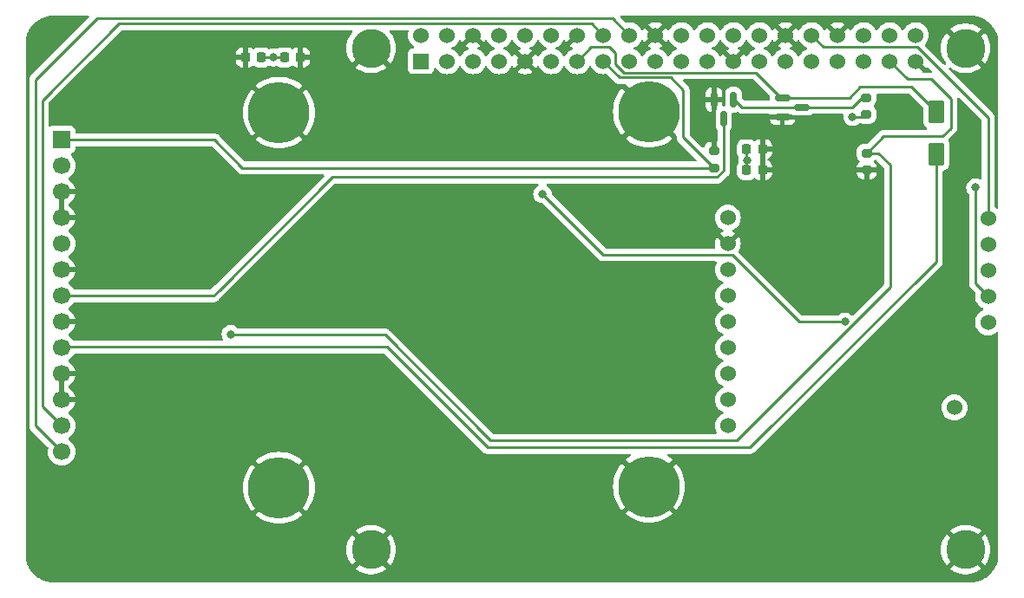
<source format=gtl>
%TF.GenerationSoftware,KiCad,Pcbnew,9.0.1*%
%TF.CreationDate,2025-04-07T13:35:56-07:00*%
%TF.ProjectId,Groundstation_433_Hat,47726f75-6e64-4737-9461-74696f6e5f34,1.3*%
%TF.SameCoordinates,Original*%
%TF.FileFunction,Copper,L1,Top*%
%TF.FilePolarity,Positive*%
%FSLAX46Y46*%
G04 Gerber Fmt 4.6, Leading zero omitted, Abs format (unit mm)*
G04 Created by KiCad (PCBNEW 9.0.1) date 2025-04-07 13:35:56*
%MOMM*%
%LPD*%
G01*
G04 APERTURE LIST*
G04 Aperture macros list*
%AMRoundRect*
0 Rectangle with rounded corners*
0 $1 Rounding radius*
0 $2 $3 $4 $5 $6 $7 $8 $9 X,Y pos of 4 corners*
0 Add a 4 corners polygon primitive as box body*
4,1,4,$2,$3,$4,$5,$6,$7,$8,$9,$2,$3,0*
0 Add four circle primitives for the rounded corners*
1,1,$1+$1,$2,$3*
1,1,$1+$1,$4,$5*
1,1,$1+$1,$6,$7*
1,1,$1+$1,$8,$9*
0 Add four rect primitives between the rounded corners*
20,1,$1+$1,$2,$3,$4,$5,0*
20,1,$1+$1,$4,$5,$6,$7,0*
20,1,$1+$1,$6,$7,$8,$9,0*
20,1,$1+$1,$8,$9,$2,$3,0*%
G04 Aperture macros list end*
%TA.AperFunction,SMDPad,CuDef*%
%ADD10RoundRect,0.225000X-0.225000X-0.250000X0.225000X-0.250000X0.225000X0.250000X-0.225000X0.250000X0*%
%TD*%
%TA.AperFunction,SMDPad,CuDef*%
%ADD11RoundRect,0.150000X-0.150000X0.587500X-0.150000X-0.587500X0.150000X-0.587500X0.150000X0.587500X0*%
%TD*%
%TA.AperFunction,SMDPad,CuDef*%
%ADD12RoundRect,0.200000X0.275000X-0.200000X0.275000X0.200000X-0.275000X0.200000X-0.275000X-0.200000X0*%
%TD*%
%TA.AperFunction,ComponentPad*%
%ADD13R,1.524000X1.524000*%
%TD*%
%TA.AperFunction,ComponentPad*%
%ADD14C,1.524000*%
%TD*%
%TA.AperFunction,ComponentPad*%
%ADD15C,3.812400*%
%TD*%
%TA.AperFunction,SMDPad,CuDef*%
%ADD16RoundRect,0.200000X-0.275000X0.200000X-0.275000X-0.200000X0.275000X-0.200000X0.275000X0.200000X0*%
%TD*%
%TA.AperFunction,ComponentPad*%
%ADD17C,6.000000*%
%TD*%
%TA.AperFunction,SMDPad,CuDef*%
%ADD18RoundRect,0.225000X0.225000X0.250000X-0.225000X0.250000X-0.225000X-0.250000X0.225000X-0.250000X0*%
%TD*%
%TA.AperFunction,SMDPad,CuDef*%
%ADD19RoundRect,0.150000X-0.587500X-0.150000X0.587500X-0.150000X0.587500X0.150000X-0.587500X0.150000X0*%
%TD*%
%TA.AperFunction,SMDPad,CuDef*%
%ADD20RoundRect,0.168300X0.596700X-0.936700X0.596700X0.936700X-0.596700X0.936700X-0.596700X-0.936700X0*%
%TD*%
%TA.AperFunction,ComponentPad*%
%ADD21R,1.700000X1.700000*%
%TD*%
%TA.AperFunction,ComponentPad*%
%ADD22C,1.700000*%
%TD*%
%TA.AperFunction,ViaPad*%
%ADD23C,0.800000*%
%TD*%
%TA.AperFunction,Conductor*%
%ADD24C,0.250000*%
%TD*%
G04 APERTURE END LIST*
D10*
%TO.P,C3,1*%
%TO.N,+5V*%
X170153937Y-75400000D03*
%TO.P,C3,2*%
%TO.N,GND*%
X171703937Y-75400000D03*
%TD*%
D11*
%TO.P,Q1,1,G*%
%TO.N,Net-(Q1-G)*%
X168865776Y-68538715D03*
%TO.P,Q1,2,S*%
%TO.N,GND*%
X166965776Y-68538715D03*
%TO.P,Q1,3,D*%
%TO.N,PA_PTT*%
X167915776Y-70413715D03*
%TD*%
D12*
%TO.P,R2,1*%
%TO.N,GND*%
X181871002Y-75398901D03*
%TO.P,R2,2*%
%TO.N,/RX_CTRL*%
X181871002Y-73748901D03*
%TD*%
D13*
%TO.P,U2,1,3V3*%
%TO.N,unconnected-(U2-3V3-Pad1)_1*%
X138370000Y-64770000D03*
D14*
%TO.P,U2,2,5V*%
%TO.N,+5V*%
X138370000Y-62230000D03*
%TO.P,U2,3,GPIO2/SDA1*%
%TO.N,unconnected-(U2-GPIO2{slash}SDA1-Pad3)*%
X140910000Y-64770000D03*
%TO.P,U2,4,5V*%
%TO.N,+5V*%
X140910000Y-62230000D03*
%TO.P,U2,5,GPIO3/SCL1*%
%TO.N,unconnected-(U2-GPIO3{slash}SCL1-Pad5)*%
X143450000Y-64770000D03*
%TO.P,U2,6,GND*%
%TO.N,GND*%
X143450000Y-62230000D03*
%TO.P,U2,7,GPIO4/GPIO_GCKL*%
%TO.N,unconnected-(U2-GPIO4{slash}GPIO_GCKL-Pad7)*%
X145990000Y-64770000D03*
%TO.P,U2,8,GPIO14/TXD0*%
%TO.N,unconnected-(U2-GPIO14{slash}TXD0-Pad8)*%
X145990000Y-62230000D03*
%TO.P,U2,9,GND*%
%TO.N,GND*%
X148530000Y-64770000D03*
%TO.P,U2,10,GPIO15/RXD0*%
%TO.N,unconnected-(U2-GPIO15{slash}RXD0-Pad10)*%
X148530000Y-62230000D03*
%TO.P,U2,11,GPIO17/GPIO_GEN0*%
%TO.N,/433_hat_board/DIO0*%
X151070000Y-64770000D03*
%TO.P,U2,12,GPIO18/GPIO_GEN1*%
%TO.N,/433_hat_board/DIO5*%
X151070000Y-62230000D03*
%TO.P,U2,13,GPIO27/GPIO_GEN2*%
%TO.N,/433_hat_board/PTT_OUT*%
X153610000Y-64770000D03*
%TO.P,U2,14,GND*%
%TO.N,GND*%
X153610000Y-62230000D03*
%TO.P,U2,15,GPIO22/GPIO_GEN3*%
%TO.N,/TX_CTRL*%
X156150000Y-64770000D03*
%TO.P,U2,16,GPIO23/GPIO_GEN4*%
%TO.N,/SDR_CTRL*%
X156150000Y-62230000D03*
%TO.P,U2,17,3V3*%
%TO.N,unconnected-(U2-3V3-Pad1)*%
X158690000Y-64770000D03*
%TO.P,U2,18,GPIO24/GPIO_GEN5*%
%TO.N,/LORA_CTRL*%
X158690000Y-62230000D03*
%TO.P,U2,19,GPIO10/SPI_MOSI*%
%TO.N,/433_hat_board/MOSI*%
X161230000Y-64770000D03*
%TO.P,U2,20,GND*%
%TO.N,GND*%
X161230000Y-62230000D03*
%TO.P,U2,21,GPIO9/SPI_MISO*%
%TO.N,/433_hat_board/MISO*%
X163770000Y-64770000D03*
%TO.P,U2,22,GPIO25/GPIO_GEN6*%
%TO.N,unconnected-(U2-GPIO25{slash}GPIO_GEN6-Pad22)*%
X163770000Y-62230000D03*
%TO.P,U2,23,GPIO11/SPI_SCLK*%
%TO.N,/433_hat_board/SCK*%
X166310000Y-64770000D03*
%TO.P,U2,24,GPIO8/~{SPI_CE0}*%
%TO.N,unconnected-(U2-GPIO8{slash}~{SPI_CE0}-Pad24)*%
X166310000Y-62230000D03*
%TO.P,U2,25,GND*%
%TO.N,GND*%
X168850000Y-64770000D03*
%TO.P,U2,26,GPIO7/~{SPI_CE1}*%
%TO.N,/433_hat_board/CS*%
X168850000Y-62230000D03*
%TO.P,U2,27,ID_SD*%
%TO.N,unconnected-(U2-ID_SD-Pad27)*%
X171390000Y-64770000D03*
%TO.P,U2,28,ID_SC*%
%TO.N,unconnected-(U2-ID_SC-Pad28)*%
X171390000Y-62230000D03*
%TO.P,U2,29,GPIO5*%
%TO.N,unconnected-(U2-GPIO5-Pad29)*%
X173930000Y-64770000D03*
%TO.P,U2,30,GND*%
%TO.N,GND*%
X173930000Y-62230000D03*
%TO.P,U2,31,GPIO6*%
%TO.N,/433_hat_board/RST*%
X176470000Y-64770000D03*
%TO.P,U2,32,GPIO12*%
%TO.N,/433_hat_board/DIO1*%
X176470000Y-62230000D03*
%TO.P,U2,33,GPIO13*%
%TO.N,/433_hat_board/DIO2*%
X179010000Y-64770000D03*
%TO.P,U2,34,GND*%
%TO.N,GND*%
X179010000Y-62230000D03*
%TO.P,U2,35,GPIO19*%
%TO.N,/433_hat_board/DIO4*%
X181550000Y-64770000D03*
%TO.P,U2,36,GPIO16*%
%TO.N,/433_hat_board/DIO3*%
X181550000Y-62230000D03*
%TO.P,U2,37,GPIO26*%
%TO.N,/RX_CTRL*%
X184090000Y-64770000D03*
%TO.P,U2,38,GPIO20*%
%TO.N,/433_hat_board/enable*%
X184090000Y-62230000D03*
%TO.P,U2,39,GND*%
%TO.N,GND*%
X186630000Y-64770000D03*
%TO.P,U2,40,GPIO21*%
%TO.N,unconnected-(U2-GPIO21-Pad40)*%
X186630000Y-62230000D03*
D15*
%TO.P,U2,S1,SHIELD*%
%TO.N,GND*%
X133500000Y-63500000D03*
%TO.P,U2,S2,SHIELD*%
X191500000Y-63500000D03*
%TO.P,U2,S3,SHIELD*%
X191500000Y-112500000D03*
%TO.P,U2,S4,SHIELD*%
X133500000Y-112500000D03*
%TD*%
D16*
%TO.P,R1,1*%
%TO.N,GND*%
X166953937Y-73550000D03*
%TO.P,R1,2*%
%TO.N,/TX_CTRL*%
X166953937Y-75200000D03*
%TD*%
D17*
%TO.P,U1,4,GND*%
%TO.N,GND*%
X124518408Y-106445774D03*
X160618408Y-106345774D03*
X124518408Y-69795774D03*
X160618408Y-69695774D03*
%TD*%
D18*
%TO.P,C1,1*%
%TO.N,+5V*%
X122794139Y-64400000D03*
%TO.P,C1,2*%
%TO.N,GND*%
X121244139Y-64400000D03*
%TD*%
D10*
%TO.P,C2,1*%
%TO.N,+5V*%
X125054139Y-64400000D03*
%TO.P,C2,2*%
%TO.N,GND*%
X126604139Y-64400000D03*
%TD*%
D14*
%TO.P,U3,1,Vin*%
%TO.N,+5V*%
X168307575Y-80064234D03*
%TO.P,U3,2,GND*%
%TO.N,GND*%
X168307575Y-82604234D03*
%TO.P,U3,3,EN*%
%TO.N,/433_hat_board/enable*%
X168307575Y-85144234D03*
%TO.P,U3,4,DIO0*%
%TO.N,/433_hat_board/DIO0*%
X168307575Y-87684234D03*
%TO.P,U3,5,SCK*%
%TO.N,/433_hat_board/SCK*%
X168307575Y-90224234D03*
%TO.P,U3,6,MISO*%
%TO.N,/433_hat_board/MISO*%
X168307575Y-92764234D03*
%TO.P,U3,7,MOSI*%
%TO.N,/433_hat_board/MOSI*%
X168307575Y-95304234D03*
%TO.P,U3,8,CS*%
%TO.N,/433_hat_board/CS*%
X168307575Y-97844234D03*
%TO.P,U3,9,RST*%
%TO.N,/433_hat_board/RST*%
X168307575Y-100384234D03*
%TO.P,U3,10,DIO1*%
%TO.N,/433_hat_board/DIO1*%
X193694899Y-80116567D03*
%TO.P,U3,11,DIO2*%
%TO.N,/433_hat_board/DIO2*%
X193694899Y-82656567D03*
%TO.P,U3,12,DIO3*%
%TO.N,/433_hat_board/DIO3*%
X193694899Y-85196567D03*
%TO.P,U3,13,DIO4*%
%TO.N,/433_hat_board/DIO4*%
X193694899Y-87736567D03*
%TO.P,U3,14,DIO5*%
%TO.N,/433_hat_board/DIO5*%
X193694899Y-90276567D03*
%TO.P,U3,15,Antenna*%
%TO.N,Net-(U3-Antenna)*%
X190418299Y-98607767D03*
%TD*%
D10*
%TO.P,C4,1*%
%TO.N,+5V*%
X170153937Y-73373620D03*
%TO.P,C4,2*%
%TO.N,GND*%
X171703937Y-73373620D03*
%TD*%
D19*
%TO.P,Q2,1,G*%
%TO.N,/433_hat_board/PTT_OUT*%
X173631121Y-68323188D03*
%TO.P,Q2,2,S*%
%TO.N,GND*%
X173631121Y-70223188D03*
%TO.P,Q2,3,D*%
%TO.N,Net-(Q1-G)*%
X175506121Y-69273188D03*
%TD*%
D16*
%TO.P,R3,1*%
%TO.N,Net-(Q1-G)*%
X181833934Y-68327479D03*
%TO.P,R3,2*%
%TO.N,+5V*%
X181833934Y-69977479D03*
%TD*%
D20*
%TO.P,D1,A*%
%TO.N,/433_hat_board/PTT_OUT*%
X188657821Y-69743807D03*
%TO.P,D1,C*%
%TO.N,LNA_PTT*%
X188657821Y-73843807D03*
%TD*%
D21*
%TO.P,J1,1,Pin_1*%
%TO.N,/TX_CTRL*%
X103313937Y-72440000D03*
D22*
%TO.P,J1,2,Pin_2*%
%TO.N,/RX_CTRL*%
X103313937Y-74980000D03*
%TO.P,J1,3,Pin_3*%
%TO.N,GND*%
X103313937Y-77520000D03*
%TO.P,J1,4,Pin_4*%
X103313937Y-80060000D03*
%TO.P,J1,5,Pin_5*%
%TO.N,+5V*%
X103313937Y-82600000D03*
%TO.P,J1,6,Pin_6*%
%TO.N,GND*%
X103313937Y-85140000D03*
%TO.P,J1,7,Pin_7*%
%TO.N,PA_PTT*%
X103313937Y-87680000D03*
%TO.P,J1,8,Pin_8*%
%TO.N,GND*%
X103313937Y-90220000D03*
%TO.P,J1,9,Pin_9*%
%TO.N,LNA_PTT*%
X103313937Y-92760000D03*
%TO.P,J1,10,Pin_10*%
%TO.N,GND*%
X103313937Y-95300000D03*
%TO.P,J1,11,Pin_11*%
X103313937Y-97840000D03*
%TO.P,J1,12,Pin_12*%
%TO.N,/SDR_CTRL*%
X103313937Y-100380000D03*
%TO.P,J1,13,Pin_13*%
%TO.N,/LORA_CTRL*%
X103313937Y-102920000D03*
%TD*%
D23*
%TO.N,GND*%
X167853937Y-66900000D03*
%TO.N,/RX_CTRL*%
X119823937Y-91440000D03*
%TO.N,/433_hat_board/DIO5*%
X150228937Y-77750000D03*
X179728937Y-90250000D03*
%TO.N,+5V*%
X170216522Y-74444646D03*
X180478937Y-70206188D03*
X123953937Y-64400000D03*
%TO.N,/433_hat_board/DIO4*%
X192478937Y-77125000D03*
%TD*%
D24*
%TO.N,LNA_PTT*%
X188653937Y-83425000D02*
X188653937Y-83448083D01*
X188657821Y-73843807D02*
X188653937Y-73847691D01*
X170478937Y-102500000D02*
X188653937Y-84325000D01*
X103373937Y-92700000D02*
X103313937Y-92760000D01*
X103253937Y-92700000D02*
X135053937Y-92700000D01*
X188653937Y-83425000D02*
X188653937Y-84325000D01*
X144853937Y-102500000D02*
X170478937Y-102500000D01*
X135053937Y-92700000D02*
X144853937Y-102500000D01*
X103313937Y-92760000D02*
X103253937Y-92700000D01*
X188653937Y-73847691D02*
X188653937Y-84325000D01*
%TO.N,/433_hat_board/PTT_OUT*%
X171085433Y-65900000D02*
X158153937Y-65900000D01*
X158153937Y-65900000D02*
X157353937Y-65100000D01*
X154980000Y-63400000D02*
X153610000Y-64770000D01*
X180179643Y-68323188D02*
X173508621Y-68323188D01*
X156753937Y-63400000D02*
X154980000Y-63400000D01*
X157353937Y-64000000D02*
X156753937Y-63400000D01*
X188657821Y-69743807D02*
X186208493Y-67294479D01*
X181208352Y-67294479D02*
X180179643Y-68323188D01*
X186208493Y-67294479D02*
X181208352Y-67294479D01*
X157353937Y-65100000D02*
X157353937Y-64000000D01*
X173508621Y-68323188D02*
X171085433Y-65900000D01*
%TO.N,/TX_CTRL*%
X163943408Y-67589471D02*
X162724711Y-66370774D01*
X166953937Y-75200000D02*
X163943408Y-72189471D01*
X162724711Y-66370774D02*
X157750774Y-66370774D01*
X120963395Y-75200000D02*
X118203395Y-72440000D01*
X118203395Y-72440000D02*
X103313937Y-72440000D01*
X166953937Y-75200000D02*
X120963395Y-75200000D01*
X163943408Y-72189471D02*
X163943408Y-67589471D01*
X157750774Y-66370774D02*
X156150000Y-64770000D01*
%TO.N,/LORA_CTRL*%
X100773937Y-66590000D02*
X100773937Y-100380000D01*
X106763937Y-60600000D02*
X100773937Y-66590000D01*
X158690000Y-62230000D02*
X157060000Y-60600000D01*
X157060000Y-60600000D02*
X106763937Y-60600000D01*
X100773937Y-100380000D02*
X103313937Y-102920000D01*
%TO.N,/SDR_CTRL*%
X101408937Y-98475000D02*
X103313937Y-100380000D01*
X101408937Y-68580000D02*
X101408937Y-98475000D01*
X155020000Y-61100000D02*
X108888937Y-61100000D01*
X108888937Y-61100000D02*
X101408937Y-68580000D01*
X156150000Y-62230000D02*
X155020000Y-61100000D01*
%TO.N,/RX_CTRL*%
X185856479Y-66536479D02*
X188121765Y-66536479D01*
X169204242Y-101800000D02*
X184170908Y-86833334D01*
X184170908Y-86833334D02*
X184170908Y-86750000D01*
X184170908Y-86783029D02*
X184170908Y-74907513D01*
X145153937Y-101800000D02*
X169204242Y-101800000D01*
X189250908Y-72105807D02*
X183514096Y-72105807D01*
X188121765Y-66536479D02*
X190055821Y-68470535D01*
X183012296Y-73748901D02*
X181871002Y-73748901D01*
X184170908Y-74907513D02*
X183012296Y-73748901D01*
X119846450Y-91512513D02*
X134866450Y-91512513D01*
X184090000Y-64770000D02*
X185856479Y-66536479D01*
X190055821Y-71300894D02*
X189250908Y-72105807D01*
X190055821Y-68470535D02*
X190055821Y-71300894D01*
X183514096Y-72105807D02*
X181871002Y-73748901D01*
X134866450Y-91512513D02*
X145153937Y-101800000D01*
%TO.N,/433_hat_board/DIO5*%
X156170171Y-83691234D02*
X150228937Y-77750000D01*
X175316592Y-90250000D02*
X168757826Y-83691234D01*
X179728937Y-90250000D02*
X175316592Y-90250000D01*
X168757826Y-83691234D02*
X156170171Y-83691234D01*
%TO.N,PA_PTT*%
X118684923Y-87125986D02*
X129710908Y-76100000D01*
X118130909Y-87680000D02*
X118684923Y-87125986D01*
X167276941Y-76100000D02*
X167915776Y-75461165D01*
X103313937Y-87680000D02*
X118130909Y-87680000D01*
X167915776Y-75461165D02*
X167915776Y-70413715D01*
X118130908Y-87680000D02*
X118684923Y-87125986D01*
X129710908Y-76100000D02*
X167276941Y-76100000D01*
%TO.N,+5V*%
X181605225Y-70206188D02*
X181833934Y-69977479D01*
X123920746Y-64366809D02*
X123953937Y-64400000D01*
X180478937Y-70206188D02*
X181605225Y-70206188D01*
X123987128Y-64366809D02*
X123953937Y-64400000D01*
X170216522Y-74444646D02*
X170153937Y-74507231D01*
X170055089Y-75301152D02*
X170153937Y-75400000D01*
X170153937Y-74507231D02*
X170153937Y-75400000D01*
X170153937Y-74382061D02*
X170216522Y-74444646D01*
X125054139Y-64366809D02*
X123987128Y-64366809D01*
X170153937Y-73373620D02*
X170153937Y-74382061D01*
X122794139Y-64366809D02*
X123920746Y-64366809D01*
%TO.N,/433_hat_board/DIO4*%
X192478937Y-77125000D02*
X192478937Y-86520605D01*
X192478937Y-86520605D02*
X193694899Y-87736567D01*
%TO.N,/433_hat_board/DIO1*%
X193694899Y-70297648D02*
X186772251Y-63375000D01*
X186772251Y-63375000D02*
X177615000Y-63375000D01*
X193694899Y-80116567D02*
X193694899Y-70297648D01*
X177615000Y-63375000D02*
X176470000Y-62230000D01*
%TO.N,Net-(Q1-G)*%
X169722749Y-69273188D02*
X168865776Y-68416215D01*
X181833934Y-68327479D02*
X181358934Y-68327479D01*
X181358934Y-68327479D02*
X180413225Y-69273188D01*
X180413225Y-69273188D02*
X175628621Y-69273188D01*
X175628621Y-69273188D02*
X169722749Y-69273188D01*
%TD*%
%TA.AperFunction,Conductor*%
%TO.N,GND*%
G36*
X105946524Y-60320185D02*
G01*
X105992279Y-60372989D01*
X106002223Y-60442147D01*
X105973198Y-60505703D01*
X105967166Y-60512180D01*
X100375207Y-66104139D01*
X100375204Y-66104142D01*
X100341600Y-66137746D01*
X100288079Y-66191266D01*
X100255389Y-66240191D01*
X100255388Y-66240192D01*
X100219627Y-66293709D01*
X100219622Y-66293718D01*
X100194642Y-66354026D01*
X100194643Y-66354027D01*
X100181460Y-66385855D01*
X100181459Y-66385857D01*
X100172475Y-66407545D01*
X100172472Y-66407555D01*
X100149015Y-66525486D01*
X100149015Y-66525489D01*
X100148437Y-66528390D01*
X100148437Y-100441611D01*
X100172472Y-100562444D01*
X100172477Y-100562461D01*
X100219622Y-100676280D01*
X100219627Y-100676289D01*
X100253851Y-100727507D01*
X100253852Y-100727509D01*
X100288077Y-100778731D01*
X100288078Y-100778732D01*
X100288079Y-100778733D01*
X100375204Y-100865858D01*
X100375205Y-100865858D01*
X100382272Y-100872925D01*
X100382271Y-100872925D01*
X100382275Y-100872928D01*
X101973699Y-102464352D01*
X102007184Y-102525675D01*
X102005793Y-102584126D01*
X101978875Y-102684586D01*
X101978873Y-102684596D01*
X101958278Y-102919999D01*
X101958278Y-102920000D01*
X101978873Y-103155403D01*
X101978875Y-103155413D01*
X102040031Y-103383655D01*
X102040033Y-103383659D01*
X102040034Y-103383663D01*
X102139902Y-103597830D01*
X102139904Y-103597834D01*
X102148655Y-103610331D01*
X102275442Y-103791401D01*
X102442536Y-103958495D01*
X102539321Y-104026265D01*
X102636102Y-104094032D01*
X102636104Y-104094033D01*
X102636107Y-104094035D01*
X102850274Y-104193903D01*
X103078529Y-104255063D01*
X103266855Y-104271539D01*
X103313936Y-104275659D01*
X103313937Y-104275659D01*
X103313938Y-104275659D01*
X103353171Y-104272226D01*
X103549345Y-104255063D01*
X103777600Y-104193903D01*
X103991767Y-104094035D01*
X104185338Y-103958495D01*
X104352432Y-103791401D01*
X104487972Y-103597830D01*
X104587840Y-103383663D01*
X104649000Y-103155408D01*
X104669596Y-102920000D01*
X104667464Y-102895637D01*
X104649000Y-102684596D01*
X104649000Y-102684592D01*
X104587840Y-102456337D01*
X104487972Y-102242171D01*
X104352432Y-102048599D01*
X104352431Y-102048597D01*
X104185339Y-101881506D01*
X104185333Y-101881501D01*
X103999779Y-101751575D01*
X103956154Y-101696998D01*
X103948960Y-101627500D01*
X103980483Y-101565145D01*
X103999779Y-101548425D01*
X104021963Y-101532891D01*
X104185338Y-101418495D01*
X104352432Y-101251401D01*
X104487972Y-101057830D01*
X104587840Y-100843663D01*
X104649000Y-100615408D01*
X104669596Y-100380000D01*
X104649000Y-100144592D01*
X104587840Y-99916337D01*
X104487972Y-99702171D01*
X104401445Y-99578596D01*
X104352431Y-99508597D01*
X104185339Y-99341506D01*
X104185338Y-99341505D01*
X103999342Y-99211269D01*
X103955718Y-99156692D01*
X103948525Y-99087193D01*
X103980047Y-99024839D01*
X103999342Y-99008119D01*
X104185019Y-98878105D01*
X104352042Y-98711082D01*
X104487537Y-98517578D01*
X104587366Y-98303492D01*
X104587369Y-98303486D01*
X104644573Y-98090000D01*
X103746949Y-98090000D01*
X103779862Y-98032993D01*
X103813937Y-97905826D01*
X103813937Y-97774174D01*
X103779862Y-97647007D01*
X103746949Y-97590000D01*
X104644573Y-97590000D01*
X104644572Y-97589999D01*
X104587369Y-97376513D01*
X104587366Y-97376507D01*
X104487537Y-97162422D01*
X104487536Y-97162420D01*
X104352050Y-96968926D01*
X104352045Y-96968920D01*
X104185019Y-96801894D01*
X103998905Y-96671575D01*
X103955281Y-96616998D01*
X103948088Y-96547499D01*
X103979610Y-96485145D01*
X103998905Y-96468425D01*
X104185019Y-96338105D01*
X104352042Y-96171082D01*
X104487537Y-95977578D01*
X104587366Y-95763492D01*
X104587369Y-95763486D01*
X104644573Y-95550000D01*
X103746949Y-95550000D01*
X103779862Y-95492993D01*
X103813937Y-95365826D01*
X103813937Y-95234174D01*
X103779862Y-95107007D01*
X103746949Y-95050000D01*
X104644573Y-95050000D01*
X104644572Y-95049999D01*
X104587369Y-94836513D01*
X104587366Y-94836507D01*
X104487537Y-94622422D01*
X104487536Y-94622420D01*
X104352050Y-94428926D01*
X104352045Y-94428920D01*
X104185015Y-94261890D01*
X103999342Y-94131879D01*
X103955717Y-94077302D01*
X103948525Y-94007804D01*
X103980047Y-93945449D01*
X103999343Y-93928730D01*
X104094973Y-93861769D01*
X104185338Y-93798495D01*
X104352432Y-93631401D01*
X104487972Y-93437830D01*
X104506967Y-93397095D01*
X104553140Y-93344656D01*
X104619349Y-93325500D01*
X134743485Y-93325500D01*
X134810524Y-93345185D01*
X134831166Y-93361819D01*
X144364953Y-102895606D01*
X144364982Y-102895637D01*
X144455201Y-102985856D01*
X144455204Y-102985858D01*
X144532127Y-103037256D01*
X144557647Y-103054309D01*
X144557649Y-103054310D01*
X144557652Y-103054312D01*
X144624333Y-103081931D01*
X144624335Y-103081933D01*
X144664577Y-103098601D01*
X144671485Y-103101463D01*
X144731908Y-103113481D01*
X144792330Y-103125500D01*
X158732304Y-103125500D01*
X158799343Y-103145185D01*
X158845098Y-103197989D01*
X158855042Y-103267147D01*
X158826017Y-103330703D01*
X158799839Y-103353495D01*
X158558332Y-103510331D01*
X158325257Y-103699070D01*
X158325257Y-103699071D01*
X159036149Y-104409963D01*
X158949917Y-104478732D01*
X158751366Y-104677283D01*
X158682597Y-104763515D01*
X157971705Y-104052623D01*
X157971704Y-104052623D01*
X157782965Y-104285698D01*
X157583162Y-104593368D01*
X157416612Y-104920238D01*
X157285144Y-105262722D01*
X157190192Y-105617087D01*
X157190192Y-105617089D01*
X157132805Y-105979420D01*
X157113605Y-106345773D01*
X157113605Y-106345774D01*
X157132805Y-106712127D01*
X157190192Y-107074458D01*
X157190192Y-107074460D01*
X157285144Y-107428825D01*
X157416612Y-107771309D01*
X157583162Y-108098180D01*
X157782961Y-108405844D01*
X157971705Y-108638922D01*
X158682596Y-107928031D01*
X158751366Y-108014265D01*
X158949917Y-108212816D01*
X159036149Y-108281584D01*
X158325258Y-108992475D01*
X158558337Y-109181220D01*
X158866001Y-109381019D01*
X159192872Y-109547569D01*
X159535356Y-109679037D01*
X159889722Y-109773989D01*
X160252054Y-109831376D01*
X160618407Y-109850577D01*
X160618409Y-109850577D01*
X160984761Y-109831376D01*
X161347092Y-109773989D01*
X161347094Y-109773989D01*
X161701459Y-109679037D01*
X162043943Y-109547569D01*
X162370814Y-109381019D01*
X162678472Y-109181224D01*
X162911556Y-108992475D01*
X162200666Y-108281585D01*
X162286899Y-108212816D01*
X162485450Y-108014265D01*
X162554219Y-107928032D01*
X163265109Y-108638922D01*
X163453858Y-108405838D01*
X163653653Y-108098180D01*
X163820203Y-107771309D01*
X163951671Y-107428825D01*
X164046623Y-107074460D01*
X164046623Y-107074458D01*
X164104010Y-106712127D01*
X164123211Y-106345774D01*
X164123211Y-106345773D01*
X164104010Y-105979420D01*
X164046623Y-105617089D01*
X164046623Y-105617087D01*
X163951671Y-105262722D01*
X163820203Y-104920238D01*
X163653653Y-104593368D01*
X163453854Y-104285703D01*
X163265109Y-104052624D01*
X162554218Y-104763515D01*
X162485450Y-104677283D01*
X162286899Y-104478732D01*
X162200665Y-104409962D01*
X162911557Y-103699071D01*
X162678478Y-103510327D01*
X162436977Y-103353495D01*
X162391474Y-103300474D01*
X162381860Y-103231269D01*
X162411187Y-103167852D01*
X162470144Y-103130358D01*
X162504512Y-103125500D01*
X170540544Y-103125500D01*
X170600966Y-103113481D01*
X170661389Y-103101463D01*
X170661392Y-103101461D01*
X170661395Y-103101461D01*
X170694724Y-103087654D01*
X170694723Y-103087654D01*
X170694729Y-103087652D01*
X170775223Y-103054312D01*
X170826446Y-103020084D01*
X170877670Y-102985858D01*
X170964795Y-102898733D01*
X170969115Y-102894413D01*
X170969124Y-102894402D01*
X175255762Y-98607764D01*
X189150976Y-98607764D01*
X189150976Y-98607769D01*
X189170228Y-98827829D01*
X189170229Y-98827837D01*
X189227403Y-99041212D01*
X189227404Y-99041214D01*
X189227405Y-99041217D01*
X189293099Y-99182099D01*
X189320765Y-99241429D01*
X189320767Y-99241433D01*
X189447469Y-99422382D01*
X189447474Y-99422388D01*
X189603677Y-99578591D01*
X189603683Y-99578596D01*
X189784632Y-99705298D01*
X189784634Y-99705299D01*
X189784637Y-99705301D01*
X189984849Y-99798661D01*
X190198231Y-99855837D01*
X190355422Y-99869589D01*
X190418297Y-99875090D01*
X190418299Y-99875090D01*
X190418301Y-99875090D01*
X190473316Y-99870276D01*
X190638367Y-99855837D01*
X190851749Y-99798661D01*
X191051961Y-99705301D01*
X191232919Y-99578593D01*
X191389125Y-99422387D01*
X191515833Y-99241429D01*
X191609193Y-99041217D01*
X191666369Y-98827835D01*
X191685622Y-98607767D01*
X191666369Y-98387699D01*
X191609193Y-98174317D01*
X191515833Y-97974106D01*
X191389125Y-97793147D01*
X191232919Y-97636941D01*
X191232915Y-97636938D01*
X191232914Y-97636937D01*
X191051965Y-97510235D01*
X191051961Y-97510233D01*
X191051959Y-97510232D01*
X190851749Y-97416873D01*
X190851746Y-97416872D01*
X190851744Y-97416871D01*
X190638369Y-97359697D01*
X190638361Y-97359696D01*
X190418301Y-97340444D01*
X190418297Y-97340444D01*
X190198236Y-97359696D01*
X190198228Y-97359697D01*
X189984853Y-97416871D01*
X189984847Y-97416874D01*
X189784639Y-97510232D01*
X189784637Y-97510233D01*
X189603676Y-97636942D01*
X189447474Y-97793144D01*
X189320765Y-97974105D01*
X189320764Y-97974107D01*
X189227406Y-98174315D01*
X189227403Y-98174321D01*
X189170229Y-98387696D01*
X189170228Y-98387704D01*
X189150976Y-98607764D01*
X175255762Y-98607764D01*
X189139794Y-84723734D01*
X189208248Y-84621286D01*
X189255400Y-84507452D01*
X189279437Y-84386607D01*
X189279437Y-84263394D01*
X189279437Y-75564147D01*
X189299122Y-75497108D01*
X189351926Y-75451353D01*
X189369832Y-75445571D01*
X189369697Y-75445136D01*
X189531015Y-75394867D01*
X189531016Y-75394866D01*
X189531021Y-75394865D01*
X189670012Y-75310842D01*
X189784856Y-75195998D01*
X189787511Y-75191607D01*
X189817307Y-75142318D01*
X189868879Y-75057007D01*
X189917198Y-74901947D01*
X189923321Y-74834563D01*
X189923321Y-72853051D01*
X189917198Y-72785667D01*
X189892678Y-72706981D01*
X189868881Y-72630612D01*
X189868877Y-72630604D01*
X189821864Y-72552833D01*
X189804028Y-72485278D01*
X189825546Y-72418805D01*
X189840295Y-72401008D01*
X190454550Y-71786754D01*
X190454554Y-71786752D01*
X190541679Y-71699627D01*
X190610132Y-71597180D01*
X190610133Y-71597179D01*
X190610134Y-71597176D01*
X190610136Y-71597173D01*
X190624366Y-71562816D01*
X190657284Y-71483345D01*
X190681321Y-71362501D01*
X190681321Y-71239287D01*
X190681321Y-68468022D01*
X190701006Y-68400983D01*
X190753810Y-68355228D01*
X190822968Y-68345284D01*
X190886524Y-68374309D01*
X190893002Y-68380341D01*
X193033080Y-70520419D01*
X193066565Y-70581742D01*
X193069399Y-70608100D01*
X193069399Y-76211228D01*
X193049714Y-76278267D01*
X192996910Y-76324022D01*
X192927752Y-76333966D01*
X192894963Y-76324507D01*
X192758744Y-76263857D01*
X192758739Y-76263855D01*
X192589127Y-76227804D01*
X192573583Y-76224500D01*
X192384291Y-76224500D01*
X192368747Y-76227804D01*
X192199134Y-76263855D01*
X192199129Y-76263857D01*
X192026207Y-76340848D01*
X192026202Y-76340851D01*
X191873066Y-76452111D01*
X191746403Y-76592785D01*
X191651758Y-76756715D01*
X191651755Y-76756722D01*
X191595226Y-76930703D01*
X191593263Y-76936744D01*
X191573477Y-77125000D01*
X191593263Y-77313256D01*
X191593264Y-77313259D01*
X191651755Y-77493277D01*
X191651758Y-77493284D01*
X191746404Y-77657216D01*
X191789709Y-77705310D01*
X191821587Y-77740715D01*
X191851817Y-77803706D01*
X191853437Y-77823687D01*
X191853437Y-86582215D01*
X191877472Y-86703049D01*
X191877475Y-86703059D01*
X191891284Y-86736397D01*
X191891284Y-86736398D01*
X191924623Y-86816889D01*
X191924625Y-86816892D01*
X191933810Y-86830636D01*
X191943160Y-86844629D01*
X191943162Y-86844636D01*
X191943164Y-86844636D01*
X191993075Y-86919333D01*
X191993081Y-86919341D01*
X192084523Y-87010783D01*
X192084545Y-87010803D01*
X192426512Y-87352770D01*
X192459997Y-87414093D01*
X192458606Y-87472543D01*
X192446830Y-87516493D01*
X192446829Y-87516500D01*
X192427576Y-87736564D01*
X192427576Y-87736569D01*
X192446828Y-87956629D01*
X192446829Y-87956637D01*
X192504003Y-88170012D01*
X192504004Y-88170014D01*
X192504005Y-88170017D01*
X192571496Y-88314752D01*
X192597365Y-88370229D01*
X192597367Y-88370233D01*
X192724069Y-88551182D01*
X192724074Y-88551188D01*
X192880277Y-88707391D01*
X192880283Y-88707396D01*
X193061232Y-88834098D01*
X193061234Y-88834099D01*
X193061237Y-88834101D01*
X193149220Y-88875128D01*
X193190088Y-88894185D01*
X193242527Y-88940357D01*
X193261679Y-89007551D01*
X193241463Y-89074432D01*
X193190088Y-89118949D01*
X193061239Y-89179032D01*
X193061237Y-89179033D01*
X192880276Y-89305742D01*
X192724074Y-89461944D01*
X192597365Y-89642905D01*
X192597364Y-89642907D01*
X192504006Y-89843115D01*
X192504003Y-89843121D01*
X192446829Y-90056496D01*
X192446828Y-90056504D01*
X192427576Y-90276564D01*
X192427576Y-90276569D01*
X192446828Y-90496629D01*
X192446829Y-90496637D01*
X192504003Y-90710012D01*
X192504004Y-90710014D01*
X192504005Y-90710017D01*
X192560295Y-90830732D01*
X192597365Y-90910229D01*
X192597367Y-90910233D01*
X192724069Y-91091182D01*
X192724074Y-91091188D01*
X192880277Y-91247391D01*
X192880283Y-91247396D01*
X193061232Y-91374098D01*
X193061234Y-91374099D01*
X193061237Y-91374101D01*
X193261449Y-91467461D01*
X193474831Y-91524637D01*
X193612624Y-91536692D01*
X193694897Y-91543890D01*
X193694899Y-91543890D01*
X193694901Y-91543890D01*
X193749916Y-91539076D01*
X193914967Y-91524637D01*
X194128349Y-91467461D01*
X194328561Y-91374101D01*
X194504379Y-91250991D01*
X194570582Y-91228666D01*
X194638350Y-91245676D01*
X194686163Y-91296624D01*
X194699500Y-91352568D01*
X194699500Y-112996519D01*
X194699305Y-113003472D01*
X194682916Y-113295296D01*
X194681359Y-113309114D01*
X194632984Y-113593827D01*
X194629890Y-113607384D01*
X194549939Y-113884899D01*
X194545346Y-113898024D01*
X194434830Y-114164834D01*
X194428797Y-114177362D01*
X194289100Y-114430125D01*
X194281702Y-114441899D01*
X194114584Y-114677430D01*
X194105914Y-114688302D01*
X193913475Y-114903642D01*
X193903642Y-114913475D01*
X193688302Y-115105914D01*
X193677430Y-115114584D01*
X193441899Y-115281702D01*
X193430125Y-115289100D01*
X193177362Y-115428797D01*
X193164834Y-115434830D01*
X192898024Y-115545346D01*
X192884899Y-115549939D01*
X192607384Y-115629890D01*
X192593827Y-115632984D01*
X192309114Y-115681359D01*
X192295296Y-115682916D01*
X192003472Y-115699305D01*
X191996519Y-115699500D01*
X102507427Y-115699500D01*
X102500472Y-115699305D01*
X102476999Y-115697986D01*
X102208648Y-115682910D01*
X102194831Y-115681353D01*
X101910106Y-115632972D01*
X101896550Y-115629877D01*
X101619052Y-115549928D01*
X101605927Y-115545336D01*
X101339102Y-115434811D01*
X101326574Y-115428777D01*
X101073820Y-115289083D01*
X101062047Y-115281686D01*
X100931875Y-115189325D01*
X100826504Y-115114561D01*
X100815646Y-115105901D01*
X100600296Y-114913455D01*
X100590465Y-114903624D01*
X100497903Y-114800048D01*
X100398020Y-114688280D01*
X100389353Y-114677412D01*
X100263789Y-114500452D01*
X100222231Y-114441883D01*
X100214840Y-114430121D01*
X100075127Y-114177339D01*
X100069102Y-114164827D01*
X99958577Y-113898010D01*
X99953984Y-113884886D01*
X99922111Y-113774263D01*
X99874022Y-113607357D01*
X99870935Y-113593827D01*
X99822548Y-113309097D01*
X99820993Y-113295296D01*
X99804632Y-113004118D01*
X99804437Y-112997162D01*
X99804437Y-112499994D01*
X131089043Y-112499994D01*
X131089043Y-112500005D01*
X131108052Y-112802165D01*
X131164790Y-113099586D01*
X131258348Y-113387529D01*
X131387265Y-113661492D01*
X131549491Y-113917120D01*
X131630908Y-114015536D01*
X132366829Y-113279615D01*
X132451209Y-113395753D01*
X132604247Y-113548791D01*
X132720383Y-113633168D01*
X131982126Y-114371425D01*
X132208141Y-114535635D01*
X132208145Y-114535637D01*
X132473471Y-114681502D01*
X132473472Y-114681503D01*
X132754969Y-114792955D01*
X132754972Y-114792956D01*
X133048235Y-114868252D01*
X133348605Y-114906199D01*
X133348617Y-114906200D01*
X133651383Y-114906200D01*
X133651394Y-114906199D01*
X133951764Y-114868252D01*
X134245027Y-114792956D01*
X134245030Y-114792955D01*
X134526527Y-114681503D01*
X134526535Y-114681499D01*
X134791845Y-114535644D01*
X135017871Y-114371425D01*
X135017872Y-114371425D01*
X134279616Y-113633169D01*
X134395753Y-113548791D01*
X134548791Y-113395753D01*
X134633169Y-113279616D01*
X135369090Y-114015537D01*
X135450511Y-113917115D01*
X135612734Y-113661492D01*
X135741651Y-113387529D01*
X135835209Y-113099586D01*
X135891947Y-112802165D01*
X135910957Y-112500005D01*
X135910957Y-112499994D01*
X189089043Y-112499994D01*
X189089043Y-112500005D01*
X189108052Y-112802165D01*
X189164790Y-113099586D01*
X189258348Y-113387529D01*
X189387265Y-113661492D01*
X189549491Y-113917120D01*
X189630908Y-114015536D01*
X190366829Y-113279615D01*
X190451209Y-113395753D01*
X190604247Y-113548791D01*
X190720383Y-113633168D01*
X189982126Y-114371425D01*
X190208141Y-114535635D01*
X190208145Y-114535637D01*
X190473471Y-114681502D01*
X190473472Y-114681503D01*
X190754969Y-114792955D01*
X190754972Y-114792956D01*
X191048235Y-114868252D01*
X191348605Y-114906199D01*
X191348617Y-114906200D01*
X191651383Y-114906200D01*
X191651394Y-114906199D01*
X191951764Y-114868252D01*
X192245027Y-114792956D01*
X192245030Y-114792955D01*
X192526527Y-114681503D01*
X192526535Y-114681499D01*
X192791845Y-114535644D01*
X193017871Y-114371425D01*
X193017872Y-114371425D01*
X192279616Y-113633169D01*
X192395753Y-113548791D01*
X192548791Y-113395753D01*
X192633169Y-113279616D01*
X193369090Y-114015537D01*
X193450511Y-113917115D01*
X193612734Y-113661492D01*
X193741651Y-113387529D01*
X193835209Y-113099586D01*
X193891947Y-112802165D01*
X193910957Y-112500005D01*
X193910957Y-112499994D01*
X193891947Y-112197834D01*
X193835209Y-111900413D01*
X193741651Y-111612470D01*
X193612734Y-111338507D01*
X193450508Y-111082879D01*
X193369089Y-110984461D01*
X192633168Y-111720382D01*
X192548791Y-111604247D01*
X192395753Y-111451209D01*
X192279615Y-111366830D01*
X193017872Y-110628573D01*
X192791858Y-110464364D01*
X192791854Y-110464362D01*
X192526528Y-110318497D01*
X192526527Y-110318496D01*
X192245030Y-110207044D01*
X192245027Y-110207043D01*
X191951764Y-110131747D01*
X191651394Y-110093800D01*
X191348605Y-110093800D01*
X191048235Y-110131747D01*
X190754972Y-110207043D01*
X190754969Y-110207044D01*
X190473472Y-110318496D01*
X190473471Y-110318497D01*
X190208145Y-110464362D01*
X190208133Y-110464369D01*
X189982127Y-110628571D01*
X189982126Y-110628573D01*
X190720383Y-111366830D01*
X190604247Y-111451209D01*
X190451209Y-111604247D01*
X190366830Y-111720383D01*
X189630908Y-110984461D01*
X189549491Y-111082879D01*
X189387265Y-111338507D01*
X189258348Y-111612470D01*
X189164790Y-111900413D01*
X189108052Y-112197834D01*
X189089043Y-112499994D01*
X135910957Y-112499994D01*
X135891947Y-112197834D01*
X135835209Y-111900413D01*
X135741651Y-111612470D01*
X135612734Y-111338507D01*
X135450508Y-111082879D01*
X135369089Y-110984461D01*
X134633168Y-111720382D01*
X134548791Y-111604247D01*
X134395753Y-111451209D01*
X134279615Y-111366830D01*
X135017872Y-110628573D01*
X134791858Y-110464364D01*
X134791854Y-110464362D01*
X134526528Y-110318497D01*
X134526527Y-110318496D01*
X134245030Y-110207044D01*
X134245027Y-110207043D01*
X133951764Y-110131747D01*
X133651394Y-110093800D01*
X133348605Y-110093800D01*
X133048235Y-110131747D01*
X132754972Y-110207043D01*
X132754969Y-110207044D01*
X132473472Y-110318496D01*
X132473471Y-110318497D01*
X132208145Y-110464362D01*
X132208133Y-110464369D01*
X131982127Y-110628571D01*
X131982126Y-110628573D01*
X132720383Y-111366830D01*
X132604247Y-111451209D01*
X132451209Y-111604247D01*
X132366830Y-111720383D01*
X131630908Y-110984461D01*
X131549491Y-111082879D01*
X131387265Y-111338507D01*
X131258348Y-111612470D01*
X131164790Y-111900413D01*
X131108052Y-112197834D01*
X131089043Y-112499994D01*
X99804437Y-112499994D01*
X99804437Y-106445773D01*
X121013605Y-106445773D01*
X121013605Y-106445774D01*
X121032805Y-106812127D01*
X121090192Y-107174458D01*
X121090192Y-107174460D01*
X121185144Y-107528825D01*
X121316612Y-107871309D01*
X121483162Y-108198180D01*
X121682961Y-108505844D01*
X121871705Y-108738922D01*
X122582596Y-108028031D01*
X122651366Y-108114265D01*
X122849917Y-108312816D01*
X122936149Y-108381584D01*
X122225258Y-109092475D01*
X122458337Y-109281220D01*
X122766001Y-109481019D01*
X123092872Y-109647569D01*
X123435356Y-109779037D01*
X123789722Y-109873989D01*
X124152054Y-109931376D01*
X124518407Y-109950577D01*
X124518409Y-109950577D01*
X124884761Y-109931376D01*
X125247092Y-109873989D01*
X125247094Y-109873989D01*
X125601459Y-109779037D01*
X125943943Y-109647569D01*
X126270814Y-109481019D01*
X126578472Y-109281224D01*
X126811556Y-109092475D01*
X126100666Y-108381585D01*
X126186899Y-108312816D01*
X126385450Y-108114265D01*
X126454219Y-108028032D01*
X127165109Y-108738922D01*
X127353858Y-108505838D01*
X127553653Y-108198180D01*
X127720203Y-107871309D01*
X127851671Y-107528825D01*
X127946623Y-107174460D01*
X127946623Y-107174458D01*
X128004010Y-106812127D01*
X128023211Y-106445774D01*
X128023211Y-106445773D01*
X128004010Y-106079420D01*
X127946623Y-105717089D01*
X127946623Y-105717087D01*
X127851671Y-105362722D01*
X127720203Y-105020238D01*
X127553653Y-104693368D01*
X127353854Y-104385703D01*
X127165109Y-104152624D01*
X126454218Y-104863515D01*
X126385450Y-104777283D01*
X126186899Y-104578732D01*
X126100665Y-104509962D01*
X126811557Y-103799071D01*
X126578478Y-103610327D01*
X126270814Y-103410528D01*
X125943943Y-103243978D01*
X125601459Y-103112510D01*
X125247093Y-103017558D01*
X124884761Y-102960171D01*
X124518409Y-102940971D01*
X124518407Y-102940971D01*
X124152054Y-102960171D01*
X123789723Y-103017558D01*
X123789721Y-103017558D01*
X123435356Y-103112510D01*
X123092872Y-103243978D01*
X122766002Y-103410528D01*
X122458332Y-103610331D01*
X122225257Y-103799070D01*
X122225257Y-103799071D01*
X122936149Y-104509963D01*
X122849917Y-104578732D01*
X122651366Y-104777283D01*
X122582597Y-104863515D01*
X121871705Y-104152623D01*
X121871704Y-104152623D01*
X121682965Y-104385698D01*
X121483162Y-104693368D01*
X121316612Y-105020238D01*
X121185144Y-105362722D01*
X121090192Y-105717087D01*
X121090192Y-105717089D01*
X121032805Y-106079420D01*
X121013605Y-106445773D01*
X99804437Y-106445773D01*
X99804437Y-63003480D01*
X99804632Y-62996527D01*
X99810030Y-62900413D01*
X99821021Y-62704695D01*
X99822575Y-62690898D01*
X99870953Y-62406172D01*
X99874046Y-62392620D01*
X99908412Y-62273333D01*
X99954001Y-62115091D01*
X99958581Y-62102000D01*
X100069115Y-61835151D01*
X100075132Y-61822658D01*
X100214847Y-61569865D01*
X100222222Y-61558128D01*
X100389360Y-61322572D01*
X100398015Y-61311718D01*
X100590472Y-61096361D01*
X100600293Y-61086541D01*
X100815641Y-60894097D01*
X100826490Y-60885444D01*
X101062058Y-60718302D01*
X101073797Y-60710927D01*
X101326580Y-60571222D01*
X101339094Y-60565196D01*
X101605925Y-60454673D01*
X101619027Y-60450089D01*
X101896563Y-60370135D01*
X101910090Y-60367048D01*
X102194831Y-60318671D01*
X102208627Y-60317117D01*
X102501123Y-60300694D01*
X102508063Y-60300500D01*
X102551528Y-60300501D01*
X102551531Y-60300500D01*
X105879485Y-60300500D01*
X105946524Y-60320185D01*
G37*
%TD.AperFunction*%
%TA.AperFunction,Conductor*%
G36*
X149799705Y-76745185D02*
G01*
X149845460Y-76797989D01*
X149855404Y-76867147D01*
X149826379Y-76930703D01*
X149783104Y-76962778D01*
X149779659Y-76964311D01*
X149776204Y-76965850D01*
X149776202Y-76965851D01*
X149623066Y-77077111D01*
X149496403Y-77217785D01*
X149401758Y-77381715D01*
X149401755Y-77381722D01*
X149365509Y-77493277D01*
X149343263Y-77561744D01*
X149323477Y-77750000D01*
X149343263Y-77938256D01*
X149343264Y-77938259D01*
X149401755Y-78118277D01*
X149401758Y-78118284D01*
X149496404Y-78282216D01*
X149574087Y-78368491D01*
X149623066Y-78422888D01*
X149776202Y-78534148D01*
X149776207Y-78534151D01*
X149949129Y-78611142D01*
X149949134Y-78611144D01*
X150134291Y-78650500D01*
X150193485Y-78650500D01*
X150260524Y-78670185D01*
X150281166Y-78686819D01*
X155771434Y-84177089D01*
X155771438Y-84177092D01*
X155873881Y-84245543D01*
X155873882Y-84245543D01*
X155873886Y-84245546D01*
X155940567Y-84273165D01*
X155940569Y-84273167D01*
X155980811Y-84289835D01*
X155987719Y-84292697D01*
X156007392Y-84296610D01*
X156083271Y-84311703D01*
X156108564Y-84316735D01*
X156108565Y-84316735D01*
X156237892Y-84316735D01*
X156237912Y-84316734D01*
X167107567Y-84316734D01*
X167174606Y-84336419D01*
X167220361Y-84389223D01*
X167230305Y-84458381D01*
X167211737Y-84505304D01*
X167212747Y-84505887D01*
X167210040Y-84510574D01*
X167116682Y-84710782D01*
X167116679Y-84710788D01*
X167059505Y-84924163D01*
X167059504Y-84924171D01*
X167040252Y-85144231D01*
X167040252Y-85144236D01*
X167059504Y-85364296D01*
X167059505Y-85364304D01*
X167116679Y-85577679D01*
X167116680Y-85577681D01*
X167116681Y-85577684D01*
X167210041Y-85777896D01*
X167210043Y-85777900D01*
X167336745Y-85958849D01*
X167336750Y-85958855D01*
X167492953Y-86115058D01*
X167492959Y-86115063D01*
X167673908Y-86241765D01*
X167673910Y-86241766D01*
X167673913Y-86241768D01*
X167786142Y-86294101D01*
X167802764Y-86301852D01*
X167855203Y-86348024D01*
X167874355Y-86415218D01*
X167854139Y-86482099D01*
X167802764Y-86526616D01*
X167673915Y-86586699D01*
X167673913Y-86586700D01*
X167492952Y-86713409D01*
X167336750Y-86869611D01*
X167210041Y-87050572D01*
X167210040Y-87050574D01*
X167116682Y-87250782D01*
X167116679Y-87250788D01*
X167059505Y-87464163D01*
X167059504Y-87464171D01*
X167040252Y-87684231D01*
X167040252Y-87684236D01*
X167059504Y-87904296D01*
X167059505Y-87904304D01*
X167116679Y-88117679D01*
X167116680Y-88117681D01*
X167116681Y-88117684D01*
X167186612Y-88267652D01*
X167210041Y-88317896D01*
X167210043Y-88317900D01*
X167336745Y-88498849D01*
X167336750Y-88498855D01*
X167492953Y-88655058D01*
X167492959Y-88655063D01*
X167673908Y-88781765D01*
X167673910Y-88781766D01*
X167673913Y-88781768D01*
X167786136Y-88834098D01*
X167802764Y-88841852D01*
X167855203Y-88888024D01*
X167874355Y-88955218D01*
X167854139Y-89022099D01*
X167802764Y-89066616D01*
X167673915Y-89126699D01*
X167673913Y-89126700D01*
X167492952Y-89253409D01*
X167336750Y-89409611D01*
X167210041Y-89590572D01*
X167210040Y-89590574D01*
X167116682Y-89790782D01*
X167116679Y-89790788D01*
X167059505Y-90004163D01*
X167059504Y-90004171D01*
X167040252Y-90224231D01*
X167040252Y-90224236D01*
X167059504Y-90444296D01*
X167059505Y-90444304D01*
X167116679Y-90657679D01*
X167116680Y-90657681D01*
X167116681Y-90657684D01*
X167197374Y-90830732D01*
X167210041Y-90857896D01*
X167210043Y-90857900D01*
X167336745Y-91038849D01*
X167336750Y-91038855D01*
X167492953Y-91195058D01*
X167492959Y-91195063D01*
X167673908Y-91321765D01*
X167673910Y-91321766D01*
X167673913Y-91321768D01*
X167786136Y-91374098D01*
X167802764Y-91381852D01*
X167855203Y-91428024D01*
X167874355Y-91495218D01*
X167854139Y-91562099D01*
X167802764Y-91606616D01*
X167673915Y-91666699D01*
X167673913Y-91666700D01*
X167492952Y-91793409D01*
X167336750Y-91949611D01*
X167210041Y-92130572D01*
X167210040Y-92130574D01*
X167116682Y-92330782D01*
X167116679Y-92330788D01*
X167059505Y-92544163D01*
X167059504Y-92544171D01*
X167040252Y-92764231D01*
X167040252Y-92764236D01*
X167059504Y-92984296D01*
X167059505Y-92984304D01*
X167116679Y-93197679D01*
X167116680Y-93197681D01*
X167116681Y-93197684D01*
X167185215Y-93344656D01*
X167210041Y-93397896D01*
X167210043Y-93397900D01*
X167336745Y-93578849D01*
X167336750Y-93578855D01*
X167492953Y-93735058D01*
X167492959Y-93735063D01*
X167673908Y-93861765D01*
X167673910Y-93861766D01*
X167673913Y-93861768D01*
X167793323Y-93917449D01*
X167802764Y-93921852D01*
X167855203Y-93968024D01*
X167874355Y-94035218D01*
X167854139Y-94102099D01*
X167802764Y-94146616D01*
X167673915Y-94206699D01*
X167673913Y-94206700D01*
X167492952Y-94333409D01*
X167336750Y-94489611D01*
X167210041Y-94670572D01*
X167210040Y-94670574D01*
X167116682Y-94870782D01*
X167116679Y-94870788D01*
X167059505Y-95084163D01*
X167059504Y-95084171D01*
X167040252Y-95304231D01*
X167040252Y-95304236D01*
X167059504Y-95524296D01*
X167059505Y-95524304D01*
X167116679Y-95737679D01*
X167116680Y-95737681D01*
X167116681Y-95737684D01*
X167210041Y-95937896D01*
X167210043Y-95937900D01*
X167336745Y-96118849D01*
X167336750Y-96118855D01*
X167492953Y-96275058D01*
X167492959Y-96275063D01*
X167673908Y-96401765D01*
X167673910Y-96401766D01*
X167673913Y-96401768D01*
X167793323Y-96457449D01*
X167802764Y-96461852D01*
X167855203Y-96508024D01*
X167874355Y-96575218D01*
X167854139Y-96642099D01*
X167802764Y-96686616D01*
X167673915Y-96746699D01*
X167673913Y-96746700D01*
X167492952Y-96873409D01*
X167336750Y-97029611D01*
X167210041Y-97210572D01*
X167210040Y-97210574D01*
X167116682Y-97410782D01*
X167116679Y-97410788D01*
X167059505Y-97624163D01*
X167059504Y-97624171D01*
X167040252Y-97844231D01*
X167040252Y-97844236D01*
X167059504Y-98064296D01*
X167059505Y-98064304D01*
X167116679Y-98277679D01*
X167116680Y-98277681D01*
X167116681Y-98277684D01*
X167167980Y-98387696D01*
X167210041Y-98477896D01*
X167210043Y-98477900D01*
X167336745Y-98658849D01*
X167336750Y-98658855D01*
X167492953Y-98815058D01*
X167492959Y-98815063D01*
X167673908Y-98941765D01*
X167673910Y-98941766D01*
X167673913Y-98941768D01*
X167793323Y-98997449D01*
X167802764Y-99001852D01*
X167855203Y-99048024D01*
X167874355Y-99115218D01*
X167854139Y-99182099D01*
X167802764Y-99226616D01*
X167673915Y-99286699D01*
X167673913Y-99286700D01*
X167492952Y-99413409D01*
X167336750Y-99569611D01*
X167210041Y-99750572D01*
X167210040Y-99750574D01*
X167116682Y-99950782D01*
X167116679Y-99950788D01*
X167059505Y-100164163D01*
X167059504Y-100164171D01*
X167040252Y-100384231D01*
X167040252Y-100384236D01*
X167059504Y-100604296D01*
X167059505Y-100604304D01*
X167116679Y-100817679D01*
X167116680Y-100817681D01*
X167116681Y-100817684D01*
X167142442Y-100872928D01*
X167200808Y-100998095D01*
X167211300Y-101067173D01*
X167182780Y-101130957D01*
X167124304Y-101169196D01*
X167088426Y-101174500D01*
X145464390Y-101174500D01*
X145397351Y-101154815D01*
X145376709Y-101138181D01*
X135359378Y-91120851D01*
X135359375Y-91120847D01*
X135359375Y-91120848D01*
X135352308Y-91113781D01*
X135352308Y-91113780D01*
X135265183Y-91026655D01*
X135265182Y-91026654D01*
X135265181Y-91026653D01*
X135213959Y-90992428D01*
X135162737Y-90958202D01*
X135162736Y-90958201D01*
X135162733Y-90958199D01*
X135162730Y-90958198D01*
X135077481Y-90922888D01*
X135048903Y-90911050D01*
X135038877Y-90909056D01*
X134988479Y-90899031D01*
X134981174Y-90897578D01*
X134928060Y-90887013D01*
X134928057Y-90887013D01*
X134928056Y-90887013D01*
X120592976Y-90887013D01*
X120525937Y-90867328D01*
X120500826Y-90845985D01*
X120429807Y-90767111D01*
X120429801Y-90767106D01*
X120276671Y-90655851D01*
X120276666Y-90655848D01*
X120103744Y-90578857D01*
X120103739Y-90578855D01*
X119957938Y-90547865D01*
X119918583Y-90539500D01*
X119729291Y-90539500D01*
X119696834Y-90546398D01*
X119544134Y-90578855D01*
X119544129Y-90578857D01*
X119371207Y-90655848D01*
X119371202Y-90655851D01*
X119218066Y-90767111D01*
X119091403Y-90907785D01*
X118996758Y-91071715D01*
X118996755Y-91071722D01*
X118938507Y-91250993D01*
X118938263Y-91251744D01*
X118918477Y-91440000D01*
X118938263Y-91628256D01*
X118938264Y-91628259D01*
X118996755Y-91808277D01*
X118996758Y-91808284D01*
X119043071Y-91888500D01*
X119059544Y-91956400D01*
X119036691Y-92022427D01*
X118981770Y-92065618D01*
X118935684Y-92074500D01*
X104547151Y-92074500D01*
X104480112Y-92054815D01*
X104445576Y-92021623D01*
X104352431Y-91888597D01*
X104185339Y-91721506D01*
X104185338Y-91721505D01*
X103999342Y-91591269D01*
X103955718Y-91536692D01*
X103948525Y-91467193D01*
X103980047Y-91404839D01*
X103999342Y-91388119D01*
X104185019Y-91258105D01*
X104352042Y-91091082D01*
X104487537Y-90897578D01*
X104587366Y-90683492D01*
X104587369Y-90683486D01*
X104644573Y-90470000D01*
X103746949Y-90470000D01*
X103779862Y-90412993D01*
X103813937Y-90285826D01*
X103813937Y-90154174D01*
X103779862Y-90027007D01*
X103746949Y-89970000D01*
X104644573Y-89970000D01*
X104644572Y-89969999D01*
X104587369Y-89756513D01*
X104587366Y-89756507D01*
X104487537Y-89542422D01*
X104487536Y-89542420D01*
X104352050Y-89348926D01*
X104352045Y-89348920D01*
X104185015Y-89181890D01*
X103999342Y-89051879D01*
X103955717Y-88997302D01*
X103948525Y-88927804D01*
X103980047Y-88865449D01*
X103999343Y-88848730D01*
X104020234Y-88834102D01*
X104185338Y-88718495D01*
X104352432Y-88551401D01*
X104487589Y-88358377D01*
X104542166Y-88314752D01*
X104589164Y-88305500D01*
X118192517Y-88305500D01*
X118192517Y-88305499D01*
X118266022Y-88290879D01*
X118266023Y-88290879D01*
X118282093Y-88287682D01*
X118313361Y-88281463D01*
X118346701Y-88267652D01*
X118427195Y-88234312D01*
X118478418Y-88200084D01*
X118529642Y-88165858D01*
X118616767Y-88078733D01*
X118616767Y-88078731D01*
X118626975Y-88068524D01*
X118626976Y-88068521D01*
X119170780Y-87524720D01*
X119170781Y-87524717D01*
X119177841Y-87517658D01*
X119177847Y-87517651D01*
X129933679Y-76761819D01*
X129995002Y-76728334D01*
X130021360Y-76725500D01*
X149732666Y-76725500D01*
X149799705Y-76745185D01*
G37*
%TD.AperFunction*%
%TA.AperFunction,Conductor*%
G36*
X103563937Y-97406988D02*
G01*
X103506930Y-97374075D01*
X103379763Y-97340000D01*
X103248111Y-97340000D01*
X103120944Y-97374075D01*
X103063937Y-97406988D01*
X103063937Y-95733012D01*
X103120944Y-95765925D01*
X103248111Y-95800000D01*
X103379763Y-95800000D01*
X103506930Y-95765925D01*
X103563937Y-95733012D01*
X103563937Y-97406988D01*
G37*
%TD.AperFunction*%
%TA.AperFunction,Conductor*%
G36*
X185965080Y-67939664D02*
G01*
X185985722Y-67956298D01*
X187356002Y-69326578D01*
X187389487Y-69387901D01*
X187392321Y-69414259D01*
X187392321Y-70734560D01*
X187398444Y-70801948D01*
X187446760Y-70957001D01*
X187446763Y-70957008D01*
X187530783Y-71095995D01*
X187530786Y-71095999D01*
X187645628Y-71210841D01*
X187710719Y-71250190D01*
X187757906Y-71301718D01*
X187769745Y-71370577D01*
X187742476Y-71434906D01*
X187684758Y-71474280D01*
X187646569Y-71480307D01*
X183452489Y-71480307D01*
X183437215Y-71483345D01*
X183437214Y-71483344D01*
X183331651Y-71504342D01*
X183331643Y-71504344D01*
X183295547Y-71519296D01*
X183295546Y-71519296D01*
X183217811Y-71551493D01*
X183207723Y-71558235D01*
X183207722Y-71558236D01*
X183115364Y-71619947D01*
X183072496Y-71662816D01*
X183028238Y-71707074D01*
X183028235Y-71707077D01*
X182470978Y-72264335D01*
X181923231Y-72812082D01*
X181861908Y-72845567D01*
X181835550Y-72848401D01*
X181539386Y-72848401D01*
X181520147Y-72850149D01*
X181468809Y-72854814D01*
X181306395Y-72905423D01*
X181160813Y-72993431D01*
X181040532Y-73113712D01*
X180952524Y-73259294D01*
X180901915Y-73421708D01*
X180895502Y-73492287D01*
X180895502Y-74005514D01*
X180901915Y-74076093D01*
X180901915Y-74076095D01*
X180901916Y-74076097D01*
X180952524Y-74238507D01*
X180978376Y-74281272D01*
X181040532Y-74384089D01*
X181143017Y-74486574D01*
X181176502Y-74547897D01*
X181171518Y-74617589D01*
X181143017Y-74661936D01*
X181040930Y-74764022D01*
X181040929Y-74764023D01*
X180952982Y-74909505D01*
X180902411Y-75071794D01*
X180896002Y-75142328D01*
X180896002Y-75148901D01*
X182846001Y-75148901D01*
X182846001Y-75142318D01*
X182839593Y-75071798D01*
X182839592Y-75071793D01*
X182789020Y-74909504D01*
X182701074Y-74764023D01*
X182598986Y-74661935D01*
X182565501Y-74600612D01*
X182570485Y-74530920D01*
X182598984Y-74486575D01*
X182644503Y-74441056D01*
X182705824Y-74407573D01*
X182775516Y-74412557D01*
X182819863Y-74441058D01*
X183509089Y-75130284D01*
X183542574Y-75191607D01*
X183545408Y-75217965D01*
X183545408Y-86522881D01*
X183525723Y-86589920D01*
X183509089Y-86610562D01*
X180525627Y-89594023D01*
X180464304Y-89627508D01*
X180394612Y-89622524D01*
X180345797Y-89589315D01*
X180334814Y-89577117D01*
X180334806Y-89577110D01*
X180181671Y-89465851D01*
X180181666Y-89465848D01*
X180008744Y-89388857D01*
X180008739Y-89388855D01*
X179862938Y-89357865D01*
X179823583Y-89349500D01*
X179634291Y-89349500D01*
X179601834Y-89356398D01*
X179449134Y-89388855D01*
X179449129Y-89388857D01*
X179276207Y-89465848D01*
X179276202Y-89465851D01*
X179123067Y-89577110D01*
X179123063Y-89577114D01*
X179117337Y-89583474D01*
X179057850Y-89620121D01*
X179025189Y-89624500D01*
X175627044Y-89624500D01*
X175560005Y-89604815D01*
X175539363Y-89588181D01*
X169389353Y-83438171D01*
X169355868Y-83376848D01*
X169360852Y-83307156D01*
X169375460Y-83279365D01*
X169404673Y-83237645D01*
X169404675Y-83237641D01*
X169497994Y-83037518D01*
X169497999Y-83037504D01*
X169555148Y-82824220D01*
X169555150Y-82824210D01*
X169574396Y-82604234D01*
X169574396Y-82604233D01*
X169555150Y-82384257D01*
X169555148Y-82384247D01*
X169497999Y-82170963D01*
X169497995Y-82170954D01*
X169404671Y-81970820D01*
X169359316Y-81906045D01*
X169359315Y-81906044D01*
X168688575Y-82576784D01*
X168688575Y-82554074D01*
X168662611Y-82457173D01*
X168612451Y-82370294D01*
X168541515Y-82299358D01*
X168454636Y-82249198D01*
X168357735Y-82223234D01*
X168335023Y-82223234D01*
X169005763Y-81552493D01*
X169005762Y-81552492D01*
X168940986Y-81507135D01*
X168940980Y-81507132D01*
X168811794Y-81446892D01*
X168759354Y-81400720D01*
X168740202Y-81333527D01*
X168760418Y-81266645D01*
X168811794Y-81222128D01*
X168829008Y-81214101D01*
X168941237Y-81161768D01*
X169122195Y-81035060D01*
X169278401Y-80878854D01*
X169405109Y-80697896D01*
X169498469Y-80497684D01*
X169555645Y-80284302D01*
X169574898Y-80064234D01*
X169555645Y-79844166D01*
X169498469Y-79630784D01*
X169405109Y-79430573D01*
X169315045Y-79301947D01*
X169278402Y-79249615D01*
X169217707Y-79188920D01*
X169122195Y-79093408D01*
X169122191Y-79093405D01*
X169122190Y-79093404D01*
X168941241Y-78966702D01*
X168941237Y-78966700D01*
X168902779Y-78948767D01*
X168741025Y-78873340D01*
X168741022Y-78873339D01*
X168741020Y-78873338D01*
X168527645Y-78816164D01*
X168527637Y-78816163D01*
X168307577Y-78796911D01*
X168307573Y-78796911D01*
X168087512Y-78816163D01*
X168087504Y-78816164D01*
X167874129Y-78873338D01*
X167874123Y-78873341D01*
X167673915Y-78966699D01*
X167673913Y-78966700D01*
X167492952Y-79093409D01*
X167336750Y-79249611D01*
X167210041Y-79430572D01*
X167210040Y-79430574D01*
X167116682Y-79630782D01*
X167116679Y-79630788D01*
X167059505Y-79844163D01*
X167059504Y-79844171D01*
X167040252Y-80064231D01*
X167040252Y-80064236D01*
X167059504Y-80284296D01*
X167059505Y-80284304D01*
X167116679Y-80497679D01*
X167116680Y-80497681D01*
X167116681Y-80497684D01*
X167210041Y-80697896D01*
X167210043Y-80697900D01*
X167336745Y-80878849D01*
X167336750Y-80878855D01*
X167492953Y-81035058D01*
X167492959Y-81035063D01*
X167673908Y-81161765D01*
X167673910Y-81161766D01*
X167673913Y-81161768D01*
X167786142Y-81214101D01*
X167803356Y-81222128D01*
X167855795Y-81268300D01*
X167874947Y-81335494D01*
X167854731Y-81402375D01*
X167803356Y-81446892D01*
X167674165Y-81507135D01*
X167609386Y-81552492D01*
X168280128Y-82223234D01*
X168257415Y-82223234D01*
X168160514Y-82249198D01*
X168073635Y-82299358D01*
X168002699Y-82370294D01*
X167952539Y-82457173D01*
X167926575Y-82554074D01*
X167926575Y-82576787D01*
X167255833Y-81906045D01*
X167210476Y-81970824D01*
X167117154Y-82170954D01*
X167117150Y-82170963D01*
X167060001Y-82384247D01*
X167059999Y-82384257D01*
X167040754Y-82604233D01*
X167040754Y-82604234D01*
X167059999Y-82824210D01*
X167060000Y-82824216D01*
X167082890Y-82909640D01*
X167081227Y-82979490D01*
X167042065Y-83037353D01*
X166977836Y-83064857D01*
X166963115Y-83065734D01*
X156480624Y-83065734D01*
X156413585Y-83046049D01*
X156392943Y-83029415D01*
X151167897Y-77804370D01*
X151134412Y-77743047D01*
X151132260Y-77729671D01*
X151114611Y-77561744D01*
X151056116Y-77381716D01*
X150961470Y-77217784D01*
X150834808Y-77077112D01*
X150806448Y-77056507D01*
X150681671Y-76965851D01*
X150681669Y-76965850D01*
X150681667Y-76965849D01*
X150674770Y-76962778D01*
X150621534Y-76917528D01*
X150601214Y-76850678D01*
X150620260Y-76783455D01*
X150672627Y-76737200D01*
X150725208Y-76725500D01*
X167338548Y-76725500D01*
X167398970Y-76713481D01*
X167459393Y-76701463D01*
X167459396Y-76701461D01*
X167459399Y-76701461D01*
X167492728Y-76687654D01*
X167492727Y-76687654D01*
X167492733Y-76687652D01*
X167573227Y-76654312D01*
X167624450Y-76620084D01*
X167675674Y-76585858D01*
X167762799Y-76498733D01*
X167762800Y-76498731D01*
X167769866Y-76491665D01*
X167769869Y-76491661D01*
X168314505Y-75947025D01*
X168314509Y-75947023D01*
X168401634Y-75859898D01*
X168437130Y-75806775D01*
X168443187Y-75797710D01*
X168443188Y-75797708D01*
X168449879Y-75787694D01*
X168470088Y-75757451D01*
X168503428Y-75676957D01*
X168503429Y-75676956D01*
X168517236Y-75643625D01*
X168517236Y-75643623D01*
X168517239Y-75643617D01*
X168529405Y-75582451D01*
X168541276Y-75522772D01*
X168541276Y-75399558D01*
X168541276Y-73075267D01*
X169203437Y-73075267D01*
X169203437Y-73671957D01*
X169203438Y-73671975D01*
X169213587Y-73771327D01*
X169213588Y-73771330D01*
X169266933Y-73932314D01*
X169266938Y-73932325D01*
X169347638Y-74063158D01*
X169366079Y-74130550D01*
X169360031Y-74166572D01*
X169330850Y-74256383D01*
X169330848Y-74256389D01*
X169311062Y-74444646D01*
X169330848Y-74632904D01*
X169335415Y-74646958D01*
X169337409Y-74716799D01*
X169323022Y-74750371D01*
X169266935Y-74841300D01*
X169266933Y-74841305D01*
X169213588Y-75002290D01*
X169203437Y-75101647D01*
X169203437Y-75698337D01*
X169203438Y-75698355D01*
X169213587Y-75797707D01*
X169213588Y-75797708D01*
X169266933Y-75958694D01*
X169266938Y-75958705D01*
X169355966Y-76103040D01*
X169355969Y-76103044D01*
X169475892Y-76222967D01*
X169475896Y-76222970D01*
X169620231Y-76311998D01*
X169620234Y-76311999D01*
X169620240Y-76312003D01*
X169781229Y-76365349D01*
X169880592Y-76375500D01*
X170427281Y-76375499D01*
X170427289Y-76375498D01*
X170427292Y-76375498D01*
X170481697Y-76369940D01*
X170526645Y-76365349D01*
X170687634Y-76312003D01*
X170831981Y-76222968D01*
X170841605Y-76213343D01*
X170902924Y-76179856D01*
X170972616Y-76184835D01*
X171016971Y-76213339D01*
X171026204Y-76222572D01*
X171026208Y-76222575D01*
X171170444Y-76311542D01*
X171170455Y-76311547D01*
X171331330Y-76364855D01*
X171430620Y-76374999D01*
X171953937Y-76374999D01*
X171977245Y-76374999D01*
X171977259Y-76374998D01*
X172076544Y-76364855D01*
X172237418Y-76311547D01*
X172237429Y-76311542D01*
X172381665Y-76222575D01*
X172381669Y-76222572D01*
X172501509Y-76102732D01*
X172501512Y-76102728D01*
X172590479Y-75958492D01*
X172590484Y-75958481D01*
X172643792Y-75797606D01*
X172653936Y-75698322D01*
X172653937Y-75698309D01*
X172653937Y-75655483D01*
X180896003Y-75655483D01*
X180902410Y-75726003D01*
X180902411Y-75726008D01*
X180952983Y-75888297D01*
X181040929Y-76033778D01*
X181161124Y-76153973D01*
X181306606Y-76241920D01*
X181306605Y-76241920D01*
X181468896Y-76292491D01*
X181468894Y-76292491D01*
X181539420Y-76298900D01*
X182121002Y-76298900D01*
X182202583Y-76298900D01*
X182273104Y-76292492D01*
X182273109Y-76292491D01*
X182435398Y-76241919D01*
X182580879Y-76153973D01*
X182701074Y-76033778D01*
X182789021Y-75888296D01*
X182839592Y-75726007D01*
X182846002Y-75655473D01*
X182846002Y-75648901D01*
X182121002Y-75648901D01*
X182121002Y-76298900D01*
X181539420Y-76298900D01*
X181621001Y-76298899D01*
X181621002Y-76298899D01*
X181621002Y-75648901D01*
X180896003Y-75648901D01*
X180896003Y-75655483D01*
X172653937Y-75655483D01*
X172653937Y-75650000D01*
X171953937Y-75650000D01*
X171953937Y-76374999D01*
X171430620Y-76374999D01*
X171453937Y-76374998D01*
X171453937Y-75150000D01*
X171953937Y-75150000D01*
X172653936Y-75150000D01*
X172653936Y-75101692D01*
X172653935Y-75101677D01*
X172643792Y-75002392D01*
X172590484Y-74841518D01*
X172590479Y-74841507D01*
X172501512Y-74697271D01*
X172501509Y-74697267D01*
X172381669Y-74577427D01*
X172381665Y-74577424D01*
X172243736Y-74492348D01*
X172197011Y-74440400D01*
X172185790Y-74371438D01*
X172213633Y-74307356D01*
X172243736Y-74281272D01*
X172381665Y-74196195D01*
X172381669Y-74196192D01*
X172501509Y-74076352D01*
X172501512Y-74076348D01*
X172590479Y-73932112D01*
X172590484Y-73932101D01*
X172643792Y-73771226D01*
X172653936Y-73671942D01*
X172653937Y-73671929D01*
X172653937Y-73623620D01*
X171953937Y-73623620D01*
X171953937Y-75150000D01*
X171453937Y-75150000D01*
X171453937Y-73123620D01*
X171953937Y-73123620D01*
X172653936Y-73123620D01*
X172653936Y-73075312D01*
X172653935Y-73075297D01*
X172643792Y-72976012D01*
X172590484Y-72815138D01*
X172590479Y-72815127D01*
X172501512Y-72670891D01*
X172501509Y-72670887D01*
X172381669Y-72551047D01*
X172381665Y-72551044D01*
X172237429Y-72462077D01*
X172237418Y-72462072D01*
X172076543Y-72408764D01*
X171977259Y-72398620D01*
X171953937Y-72398620D01*
X171953937Y-73123620D01*
X171453937Y-73123620D01*
X171453937Y-72398619D01*
X171430630Y-72398620D01*
X171430611Y-72398621D01*
X171331329Y-72408764D01*
X171170455Y-72462072D01*
X171170444Y-72462077D01*
X171026208Y-72551044D01*
X171026202Y-72551048D01*
X171016968Y-72560283D01*
X170955644Y-72593766D01*
X170885952Y-72588779D01*
X170841609Y-72560280D01*
X170831981Y-72550652D01*
X170831977Y-72550649D01*
X170687642Y-72461621D01*
X170687636Y-72461618D01*
X170687634Y-72461617D01*
X170629867Y-72442475D01*
X170526646Y-72408271D01*
X170427283Y-72398120D01*
X169880599Y-72398120D01*
X169880581Y-72398121D01*
X169781229Y-72408270D01*
X169781226Y-72408271D01*
X169620242Y-72461616D01*
X169620231Y-72461621D01*
X169475896Y-72550649D01*
X169475892Y-72550652D01*
X169355969Y-72670575D01*
X169355966Y-72670579D01*
X169266938Y-72814914D01*
X169266933Y-72814925D01*
X169213588Y-72975910D01*
X169203437Y-73075267D01*
X168541276Y-73075267D01*
X168541276Y-71497023D01*
X168560961Y-71429984D01*
X168577593Y-71409343D01*
X168583857Y-71403080D01*
X168667520Y-71261613D01*
X168703236Y-71138678D01*
X168713373Y-71103788D01*
X168713374Y-71103782D01*
X168716276Y-71066909D01*
X168716276Y-70473189D01*
X172396325Y-70473189D01*
X172396520Y-70475674D01*
X172442339Y-70633386D01*
X172525935Y-70774740D01*
X172525942Y-70774749D01*
X172642059Y-70890866D01*
X172642068Y-70890873D01*
X172783424Y-70974470D01*
X172783427Y-70974471D01*
X172941125Y-71020287D01*
X172941131Y-71020288D01*
X172977971Y-71023187D01*
X172977987Y-71023188D01*
X173381121Y-71023188D01*
X173881121Y-71023188D01*
X174284255Y-71023188D01*
X174284270Y-71023187D01*
X174321110Y-71020288D01*
X174321116Y-71020287D01*
X174478814Y-70974471D01*
X174478817Y-70974470D01*
X174620173Y-70890873D01*
X174620182Y-70890866D01*
X174736299Y-70774749D01*
X174736306Y-70774740D01*
X174819902Y-70633386D01*
X174865721Y-70475674D01*
X174865916Y-70473189D01*
X174865916Y-70473188D01*
X173881121Y-70473188D01*
X173881121Y-71023188D01*
X173381121Y-71023188D01*
X173381121Y-70473188D01*
X172396326Y-70473188D01*
X172396325Y-70473189D01*
X168716276Y-70473189D01*
X168716276Y-69900715D01*
X168735961Y-69833676D01*
X168788765Y-69787921D01*
X168840276Y-69776715D01*
X169081462Y-69776715D01*
X169081470Y-69776715D01*
X169118345Y-69773813D01*
X169221628Y-69743806D01*
X169291497Y-69744005D01*
X169325113Y-69759779D01*
X169377867Y-69795028D01*
X169426464Y-69827500D01*
X169493145Y-69855119D01*
X169493147Y-69855121D01*
X169533389Y-69871789D01*
X169540297Y-69874651D01*
X169600720Y-69886669D01*
X169661142Y-69898688D01*
X169661143Y-69898688D01*
X172273219Y-69898688D01*
X172340258Y-69918373D01*
X172364274Y-69938516D01*
X172396325Y-69973188D01*
X174536806Y-69973188D01*
X174599927Y-69990456D01*
X174658223Y-70024932D01*
X174695114Y-70035650D01*
X174816047Y-70070785D01*
X174816050Y-70070785D01*
X174816052Y-70070786D01*
X174852927Y-70073688D01*
X174852935Y-70073688D01*
X176159307Y-70073688D01*
X176159315Y-70073688D01*
X176196190Y-70070786D01*
X176196192Y-70070785D01*
X176196194Y-70070785D01*
X176237812Y-70058693D01*
X176354019Y-70024932D01*
X176495486Y-69941269D01*
X176498239Y-69938516D01*
X176501749Y-69935007D01*
X176563072Y-69901522D01*
X176589430Y-69898688D01*
X179468081Y-69898688D01*
X179535120Y-69918373D01*
X179580875Y-69971177D01*
X179591401Y-70035645D01*
X179573477Y-70206188D01*
X179593263Y-70394444D01*
X179593264Y-70394447D01*
X179651755Y-70574465D01*
X179651758Y-70574472D01*
X179746404Y-70738404D01*
X179866302Y-70871564D01*
X179873066Y-70879076D01*
X180026202Y-70990336D01*
X180026207Y-70990339D01*
X180199129Y-71067330D01*
X180199134Y-71067332D01*
X180384291Y-71106688D01*
X180384292Y-71106688D01*
X180573581Y-71106688D01*
X180573583Y-71106688D01*
X180758740Y-71067332D01*
X180931667Y-70990339D01*
X181084808Y-70879076D01*
X181087725Y-70875835D01*
X181090537Y-70872714D01*
X181150024Y-70836067D01*
X181182685Y-70831688D01*
X181284893Y-70831688D01*
X181321782Y-70837302D01*
X181431738Y-70871565D01*
X181502318Y-70877979D01*
X181502321Y-70877979D01*
X182165547Y-70877979D01*
X182165550Y-70877979D01*
X182236130Y-70871565D01*
X182398540Y-70820957D01*
X182544119Y-70732951D01*
X182664406Y-70612664D01*
X182752412Y-70467085D01*
X182803020Y-70304675D01*
X182809434Y-70234095D01*
X182809434Y-69720863D01*
X182803020Y-69650283D01*
X182752412Y-69487873D01*
X182664406Y-69342294D01*
X182664404Y-69342292D01*
X182664403Y-69342290D01*
X182562273Y-69240160D01*
X182528788Y-69178837D01*
X182533772Y-69109145D01*
X182562273Y-69064798D01*
X182664402Y-68962668D01*
X182664403Y-68962667D01*
X182664406Y-68962664D01*
X182752412Y-68817085D01*
X182803020Y-68654675D01*
X182809434Y-68584095D01*
X182809434Y-68070863D01*
X182808010Y-68055200D01*
X182821545Y-67986658D01*
X182869990Y-67936311D01*
X182931501Y-67919979D01*
X185898041Y-67919979D01*
X185965080Y-67939664D01*
G37*
%TD.AperFunction*%
%TA.AperFunction,Conductor*%
G36*
X117959982Y-73085185D02*
G01*
X117980623Y-73101818D01*
X120477536Y-75598732D01*
X120477537Y-75598733D01*
X120522421Y-75643617D01*
X120564663Y-75685859D01*
X120667102Y-75754307D01*
X120667111Y-75754312D01*
X120674692Y-75757452D01*
X120780943Y-75801463D01*
X120901783Y-75825499D01*
X120901787Y-75825500D01*
X120901788Y-75825500D01*
X120901789Y-75825500D01*
X128801456Y-75825500D01*
X128868495Y-75845185D01*
X128914250Y-75897989D01*
X128924194Y-75967147D01*
X128895169Y-76030703D01*
X128889137Y-76037181D01*
X118286190Y-86640128D01*
X117908136Y-87018181D01*
X117846813Y-87051666D01*
X117820455Y-87054500D01*
X104589164Y-87054500D01*
X104522125Y-87034815D01*
X104487589Y-87001623D01*
X104352431Y-86808597D01*
X104185339Y-86641506D01*
X104185338Y-86641505D01*
X103999342Y-86511269D01*
X103955718Y-86456692D01*
X103948525Y-86387193D01*
X103980047Y-86324839D01*
X103999342Y-86308119D01*
X104185019Y-86178105D01*
X104352042Y-86011082D01*
X104487537Y-85817578D01*
X104587366Y-85603492D01*
X104587369Y-85603486D01*
X104644573Y-85390000D01*
X103746949Y-85390000D01*
X103779862Y-85332993D01*
X103813937Y-85205826D01*
X103813937Y-85074174D01*
X103779862Y-84947007D01*
X103746949Y-84890000D01*
X104644573Y-84890000D01*
X104644572Y-84889999D01*
X104587369Y-84676513D01*
X104587366Y-84676507D01*
X104487537Y-84462422D01*
X104487536Y-84462420D01*
X104352050Y-84268926D01*
X104352045Y-84268920D01*
X104185015Y-84101890D01*
X103999342Y-83971879D01*
X103955717Y-83917302D01*
X103948525Y-83847804D01*
X103980047Y-83785449D01*
X103999343Y-83768730D01*
X104020234Y-83754102D01*
X104185338Y-83638495D01*
X104352432Y-83471401D01*
X104487972Y-83277830D01*
X104587840Y-83063663D01*
X104649000Y-82835408D01*
X104669596Y-82600000D01*
X104649000Y-82364592D01*
X104597118Y-82170963D01*
X104587842Y-82136344D01*
X104587841Y-82136343D01*
X104587840Y-82136337D01*
X104487972Y-81922171D01*
X104398409Y-81794260D01*
X104352431Y-81728597D01*
X104185339Y-81561506D01*
X104185338Y-81561505D01*
X103999342Y-81431269D01*
X103955718Y-81376692D01*
X103948525Y-81307193D01*
X103980047Y-81244839D01*
X103999342Y-81228119D01*
X104185019Y-81098105D01*
X104352042Y-80931082D01*
X104487537Y-80737578D01*
X104587366Y-80523492D01*
X104587369Y-80523486D01*
X104644573Y-80310000D01*
X103746949Y-80310000D01*
X103779862Y-80252993D01*
X103813937Y-80125826D01*
X103813937Y-79994174D01*
X103779862Y-79867007D01*
X103746949Y-79810000D01*
X104644573Y-79810000D01*
X104644572Y-79809999D01*
X104587369Y-79596513D01*
X104587366Y-79596507D01*
X104487537Y-79382422D01*
X104487536Y-79382420D01*
X104352050Y-79188926D01*
X104352045Y-79188920D01*
X104185019Y-79021894D01*
X103998905Y-78891575D01*
X103955281Y-78836998D01*
X103948088Y-78767499D01*
X103979610Y-78705145D01*
X103998905Y-78688425D01*
X104185019Y-78558105D01*
X104352042Y-78391082D01*
X104487537Y-78197578D01*
X104587366Y-77983492D01*
X104587369Y-77983486D01*
X104644573Y-77770000D01*
X103746949Y-77770000D01*
X103779862Y-77712993D01*
X103813937Y-77585826D01*
X103813937Y-77454174D01*
X103779862Y-77327007D01*
X103746949Y-77270000D01*
X104644573Y-77270000D01*
X104644572Y-77269999D01*
X104587369Y-77056513D01*
X104587366Y-77056507D01*
X104487537Y-76842422D01*
X104487536Y-76842420D01*
X104352050Y-76648926D01*
X104352045Y-76648920D01*
X104185015Y-76481890D01*
X103999342Y-76351879D01*
X103955717Y-76297302D01*
X103948525Y-76227804D01*
X103980047Y-76165449D01*
X103999343Y-76148730D01*
X104185338Y-76018495D01*
X104352432Y-75851401D01*
X104487972Y-75657830D01*
X104587840Y-75443663D01*
X104649000Y-75215408D01*
X104669596Y-74980000D01*
X104649000Y-74744592D01*
X104593437Y-74537225D01*
X104587842Y-74516344D01*
X104587841Y-74516343D01*
X104587840Y-74516337D01*
X104487972Y-74302171D01*
X104486402Y-74299929D01*
X104352433Y-74108600D01*
X104306991Y-74063158D01*
X104230504Y-73986671D01*
X104197021Y-73925351D01*
X104202005Y-73855659D01*
X104243876Y-73799725D01*
X104274852Y-73782810D01*
X104406268Y-73733796D01*
X104521483Y-73647546D01*
X104607733Y-73532331D01*
X104658028Y-73397483D01*
X104664437Y-73337873D01*
X104664437Y-73189500D01*
X104684122Y-73122461D01*
X104736926Y-73076706D01*
X104788437Y-73065500D01*
X117892943Y-73065500D01*
X117959982Y-73085185D01*
G37*
%TD.AperFunction*%
%TA.AperFunction,Conductor*%
G36*
X103563937Y-79626988D02*
G01*
X103506930Y-79594075D01*
X103379763Y-79560000D01*
X103248111Y-79560000D01*
X103120944Y-79594075D01*
X103063937Y-79626988D01*
X103063937Y-77953012D01*
X103120944Y-77985925D01*
X103248111Y-78020000D01*
X103379763Y-78020000D01*
X103506930Y-77985925D01*
X103563937Y-77953012D01*
X103563937Y-79626988D01*
G37*
%TD.AperFunction*%
%TA.AperFunction,Conductor*%
G36*
X192003472Y-60300695D02*
G01*
X192295306Y-60317084D01*
X192309103Y-60318638D01*
X192593827Y-60367015D01*
X192607382Y-60370108D01*
X192746141Y-60410084D01*
X192884899Y-60450060D01*
X192898024Y-60454653D01*
X192945322Y-60474244D01*
X193164841Y-60565172D01*
X193177355Y-60571198D01*
X193377541Y-60681836D01*
X193430125Y-60710899D01*
X193441899Y-60718297D01*
X193677430Y-60885415D01*
X193688302Y-60894085D01*
X193903642Y-61086524D01*
X193913475Y-61096357D01*
X194105914Y-61311697D01*
X194114584Y-61322569D01*
X194281702Y-61558100D01*
X194289100Y-61569874D01*
X194428797Y-61822637D01*
X194434830Y-61835165D01*
X194545346Y-62101975D01*
X194549939Y-62115100D01*
X194629890Y-62392615D01*
X194632984Y-62406172D01*
X194681359Y-62690885D01*
X194682916Y-62704703D01*
X194699305Y-62996527D01*
X194699500Y-63003480D01*
X194699500Y-79040565D01*
X194679815Y-79107604D01*
X194627011Y-79153359D01*
X194557853Y-79163303D01*
X194504376Y-79142140D01*
X194373275Y-79050342D01*
X194329651Y-78995765D01*
X194320399Y-78948767D01*
X194320399Y-70365389D01*
X194320400Y-70365368D01*
X194320400Y-70236039D01*
X194296363Y-70115203D01*
X194296362Y-70115199D01*
X194296362Y-70115197D01*
X194249211Y-70001363D01*
X194180757Y-69898915D01*
X194180754Y-69898911D01*
X189893627Y-65611785D01*
X189860142Y-65550462D01*
X189865126Y-65480770D01*
X189906998Y-65424837D01*
X189972462Y-65400420D01*
X190040735Y-65415272D01*
X190054193Y-65423786D01*
X190208133Y-65535630D01*
X190208145Y-65535637D01*
X190473471Y-65681502D01*
X190473472Y-65681503D01*
X190754969Y-65792955D01*
X190754972Y-65792956D01*
X191048235Y-65868252D01*
X191348605Y-65906199D01*
X191348617Y-65906200D01*
X191651383Y-65906200D01*
X191651394Y-65906199D01*
X191951764Y-65868252D01*
X192245027Y-65792956D01*
X192245030Y-65792955D01*
X192526527Y-65681503D01*
X192526535Y-65681499D01*
X192791845Y-65535644D01*
X193017871Y-65371425D01*
X193017872Y-65371425D01*
X192279616Y-64633169D01*
X192395753Y-64548791D01*
X192548791Y-64395753D01*
X192633169Y-64279616D01*
X193369090Y-65015537D01*
X193450511Y-64917115D01*
X193612734Y-64661492D01*
X193741651Y-64387529D01*
X193835209Y-64099586D01*
X193891947Y-63802165D01*
X193910957Y-63500005D01*
X193910957Y-63499994D01*
X193891947Y-63197834D01*
X193835209Y-62900413D01*
X193741651Y-62612470D01*
X193612734Y-62338507D01*
X193450508Y-62082879D01*
X193369089Y-61984461D01*
X192633168Y-62720382D01*
X192548791Y-62604247D01*
X192395753Y-62451209D01*
X192279615Y-62366830D01*
X193017872Y-61628573D01*
X192791858Y-61464364D01*
X192791854Y-61464362D01*
X192526528Y-61318497D01*
X192526527Y-61318496D01*
X192245030Y-61207044D01*
X192245027Y-61207043D01*
X191951764Y-61131747D01*
X191651394Y-61093800D01*
X191348605Y-61093800D01*
X191048235Y-61131747D01*
X190754972Y-61207043D01*
X190754969Y-61207044D01*
X190473472Y-61318496D01*
X190473471Y-61318497D01*
X190208145Y-61464362D01*
X190208133Y-61464369D01*
X189982127Y-61628571D01*
X189982126Y-61628573D01*
X190720383Y-62366830D01*
X190604247Y-62451209D01*
X190451209Y-62604247D01*
X190366830Y-62720383D01*
X189630908Y-61984461D01*
X189549491Y-62082879D01*
X189387265Y-62338507D01*
X189258348Y-62612470D01*
X189164790Y-62900413D01*
X189108052Y-63197834D01*
X189089043Y-63499994D01*
X189089043Y-63500005D01*
X189108052Y-63802165D01*
X189164790Y-64099586D01*
X189258348Y-64387529D01*
X189387265Y-64661492D01*
X189549492Y-64917121D01*
X189552279Y-64920490D01*
X189579846Y-64984691D01*
X189568326Y-65053605D01*
X189521379Y-65105351D01*
X189453907Y-65123501D01*
X189387335Y-65102291D01*
X189369056Y-65087214D01*
X187551324Y-63269483D01*
X187517839Y-63208160D01*
X187522823Y-63138468D01*
X187551323Y-63094121D01*
X187600826Y-63044620D01*
X187727534Y-62863662D01*
X187820894Y-62663450D01*
X187878070Y-62450068D01*
X187897323Y-62230000D01*
X187878070Y-62009932D01*
X187820894Y-61796550D01*
X187727534Y-61596339D01*
X187600826Y-61415380D01*
X187444620Y-61259174D01*
X187444616Y-61259171D01*
X187444615Y-61259170D01*
X187263666Y-61132468D01*
X187263662Y-61132466D01*
X187186249Y-61096368D01*
X187063450Y-61039106D01*
X187063447Y-61039105D01*
X187063445Y-61039104D01*
X186850070Y-60981930D01*
X186850062Y-60981929D01*
X186630002Y-60962677D01*
X186629998Y-60962677D01*
X186409937Y-60981929D01*
X186409929Y-60981930D01*
X186196554Y-61039104D01*
X186196548Y-61039107D01*
X185996340Y-61132465D01*
X185996338Y-61132466D01*
X185815377Y-61259175D01*
X185659175Y-61415377D01*
X185532466Y-61596338D01*
X185532465Y-61596340D01*
X185472382Y-61725189D01*
X185426209Y-61777628D01*
X185359016Y-61796780D01*
X185292135Y-61776564D01*
X185247618Y-61725189D01*
X185187651Y-61596590D01*
X185187534Y-61596339D01*
X185060826Y-61415380D01*
X184904620Y-61259174D01*
X184904616Y-61259171D01*
X184904615Y-61259170D01*
X184723666Y-61132468D01*
X184723662Y-61132466D01*
X184646249Y-61096368D01*
X184523450Y-61039106D01*
X184523447Y-61039105D01*
X184523445Y-61039104D01*
X184310070Y-60981930D01*
X184310062Y-60981929D01*
X184090002Y-60962677D01*
X184089998Y-60962677D01*
X183869937Y-60981929D01*
X183869929Y-60981930D01*
X183656554Y-61039104D01*
X183656548Y-61039107D01*
X183456340Y-61132465D01*
X183456338Y-61132466D01*
X183275377Y-61259175D01*
X183119175Y-61415377D01*
X182992466Y-61596338D01*
X182992465Y-61596340D01*
X182932382Y-61725189D01*
X182886209Y-61777628D01*
X182819016Y-61796780D01*
X182752135Y-61776564D01*
X182707618Y-61725189D01*
X182647651Y-61596590D01*
X182647534Y-61596339D01*
X182520826Y-61415380D01*
X182364620Y-61259174D01*
X182364616Y-61259171D01*
X182364615Y-61259170D01*
X182183666Y-61132468D01*
X182183662Y-61132466D01*
X182106249Y-61096368D01*
X181983450Y-61039106D01*
X181983447Y-61039105D01*
X181983445Y-61039104D01*
X181770070Y-60981930D01*
X181770062Y-60981929D01*
X181550002Y-60962677D01*
X181549998Y-60962677D01*
X181329937Y-60981929D01*
X181329929Y-60981930D01*
X181116554Y-61039104D01*
X181116548Y-61039107D01*
X180916340Y-61132465D01*
X180916338Y-61132466D01*
X180735377Y-61259175D01*
X180579175Y-61415377D01*
X180452467Y-61596337D01*
X180392105Y-61725782D01*
X180345932Y-61778221D01*
X180278738Y-61797372D01*
X180211857Y-61777156D01*
X180167341Y-61725780D01*
X180107098Y-61596589D01*
X180107097Y-61596587D01*
X180061741Y-61531811D01*
X180061740Y-61531810D01*
X179499494Y-62094056D01*
X179483381Y-62033919D01*
X179416502Y-61918080D01*
X179321920Y-61823498D01*
X179206081Y-61756619D01*
X179145942Y-61740505D01*
X179708188Y-61178259D01*
X179708187Y-61178258D01*
X179643411Y-61132901D01*
X179643405Y-61132898D01*
X179443284Y-61039580D01*
X179443270Y-61039575D01*
X179229986Y-60982426D01*
X179229976Y-60982424D01*
X179010001Y-60963179D01*
X179009999Y-60963179D01*
X178790023Y-60982424D01*
X178790013Y-60982426D01*
X178576729Y-61039575D01*
X178576720Y-61039579D01*
X178376590Y-61132901D01*
X178311811Y-61178258D01*
X178874057Y-61740504D01*
X178813919Y-61756619D01*
X178698080Y-61823498D01*
X178603498Y-61918080D01*
X178536619Y-62033919D01*
X178520504Y-62094057D01*
X177958258Y-61531811D01*
X177912901Y-61596590D01*
X177852658Y-61725781D01*
X177806485Y-61778220D01*
X177739292Y-61797372D01*
X177672411Y-61777156D01*
X177627894Y-61725781D01*
X177567651Y-61596590D01*
X177567534Y-61596339D01*
X177440826Y-61415380D01*
X177284620Y-61259174D01*
X177284616Y-61259171D01*
X177284615Y-61259170D01*
X177103666Y-61132468D01*
X177103662Y-61132466D01*
X177026249Y-61096368D01*
X176903450Y-61039106D01*
X176903447Y-61039105D01*
X176903445Y-61039104D01*
X176690070Y-60981930D01*
X176690062Y-60981929D01*
X176470002Y-60962677D01*
X176469998Y-60962677D01*
X176249937Y-60981929D01*
X176249929Y-60981930D01*
X176036554Y-61039104D01*
X176036548Y-61039107D01*
X175836340Y-61132465D01*
X175836338Y-61132466D01*
X175655377Y-61259175D01*
X175499175Y-61415377D01*
X175372467Y-61596337D01*
X175312105Y-61725782D01*
X175265932Y-61778221D01*
X175198738Y-61797372D01*
X175131857Y-61777156D01*
X175087341Y-61725780D01*
X175027098Y-61596589D01*
X175027097Y-61596587D01*
X174981741Y-61531811D01*
X174981740Y-61531810D01*
X174419494Y-62094056D01*
X174403381Y-62033919D01*
X174336502Y-61918080D01*
X174241920Y-61823498D01*
X174126081Y-61756619D01*
X174065942Y-61740505D01*
X174628188Y-61178259D01*
X174628187Y-61178258D01*
X174563411Y-61132901D01*
X174563405Y-61132898D01*
X174363284Y-61039580D01*
X174363270Y-61039575D01*
X174149986Y-60982426D01*
X174149976Y-60982424D01*
X173930001Y-60963179D01*
X173929999Y-60963179D01*
X173710023Y-60982424D01*
X173710013Y-60982426D01*
X173496729Y-61039575D01*
X173496720Y-61039579D01*
X173296590Y-61132901D01*
X173231811Y-61178258D01*
X173794057Y-61740504D01*
X173733919Y-61756619D01*
X173618080Y-61823498D01*
X173523498Y-61918080D01*
X173456619Y-62033919D01*
X173440504Y-62094057D01*
X172878258Y-61531811D01*
X172832901Y-61596590D01*
X172772658Y-61725781D01*
X172726485Y-61778220D01*
X172659292Y-61797372D01*
X172592411Y-61777156D01*
X172547894Y-61725781D01*
X172487651Y-61596590D01*
X172487534Y-61596339D01*
X172360826Y-61415380D01*
X172204620Y-61259174D01*
X172204616Y-61259171D01*
X172204615Y-61259170D01*
X172023666Y-61132468D01*
X172023662Y-61132466D01*
X171946249Y-61096368D01*
X171823450Y-61039106D01*
X171823447Y-61039105D01*
X171823445Y-61039104D01*
X171610070Y-60981930D01*
X171610062Y-60981929D01*
X171390002Y-60962677D01*
X171389998Y-60962677D01*
X171169937Y-60981929D01*
X171169929Y-60981930D01*
X170956554Y-61039104D01*
X170956548Y-61039107D01*
X170756340Y-61132465D01*
X170756338Y-61132466D01*
X170575377Y-61259175D01*
X170419175Y-61415377D01*
X170292466Y-61596338D01*
X170292465Y-61596340D01*
X170232382Y-61725189D01*
X170186209Y-61777628D01*
X170119016Y-61796780D01*
X170052135Y-61776564D01*
X170007618Y-61725189D01*
X169947651Y-61596590D01*
X169947534Y-61596339D01*
X169820826Y-61415380D01*
X169664620Y-61259174D01*
X169664616Y-61259171D01*
X169664615Y-61259170D01*
X169483666Y-61132468D01*
X169483662Y-61132466D01*
X169406249Y-61096368D01*
X169283450Y-61039106D01*
X169283447Y-61039105D01*
X169283445Y-61039104D01*
X169070070Y-60981930D01*
X169070062Y-60981929D01*
X168850002Y-60962677D01*
X168849998Y-60962677D01*
X168629937Y-60981929D01*
X168629929Y-60981930D01*
X168416554Y-61039104D01*
X168416548Y-61039107D01*
X168216340Y-61132465D01*
X168216338Y-61132466D01*
X168035377Y-61259175D01*
X167879175Y-61415377D01*
X167752466Y-61596338D01*
X167752465Y-61596340D01*
X167692382Y-61725189D01*
X167646209Y-61777628D01*
X167579016Y-61796780D01*
X167512135Y-61776564D01*
X167467618Y-61725189D01*
X167407651Y-61596590D01*
X167407534Y-61596339D01*
X167280826Y-61415380D01*
X167124620Y-61259174D01*
X167124616Y-61259171D01*
X167124615Y-61259170D01*
X166943666Y-61132468D01*
X166943662Y-61132466D01*
X166866249Y-61096368D01*
X166743450Y-61039106D01*
X166743447Y-61039105D01*
X166743445Y-61039104D01*
X166530070Y-60981930D01*
X166530062Y-60981929D01*
X166310002Y-60962677D01*
X166309998Y-60962677D01*
X166089937Y-60981929D01*
X166089929Y-60981930D01*
X165876554Y-61039104D01*
X165876548Y-61039107D01*
X165676340Y-61132465D01*
X165676338Y-61132466D01*
X165495377Y-61259175D01*
X165339175Y-61415377D01*
X165212466Y-61596338D01*
X165212465Y-61596340D01*
X165152382Y-61725189D01*
X165106209Y-61777628D01*
X165039016Y-61796780D01*
X164972135Y-61776564D01*
X164927618Y-61725189D01*
X164867651Y-61596590D01*
X164867534Y-61596339D01*
X164740826Y-61415380D01*
X164584620Y-61259174D01*
X164584616Y-61259171D01*
X164584615Y-61259170D01*
X164403666Y-61132468D01*
X164403662Y-61132466D01*
X164326249Y-61096368D01*
X164203450Y-61039106D01*
X164203447Y-61039105D01*
X164203445Y-61039104D01*
X163990070Y-60981930D01*
X163990062Y-60981929D01*
X163770002Y-60962677D01*
X163769998Y-60962677D01*
X163549937Y-60981929D01*
X163549929Y-60981930D01*
X163336554Y-61039104D01*
X163336548Y-61039107D01*
X163136340Y-61132465D01*
X163136338Y-61132466D01*
X162955377Y-61259175D01*
X162799175Y-61415377D01*
X162672467Y-61596337D01*
X162612105Y-61725782D01*
X162565932Y-61778221D01*
X162498738Y-61797372D01*
X162431857Y-61777156D01*
X162387341Y-61725780D01*
X162327098Y-61596589D01*
X162327097Y-61596587D01*
X162281741Y-61531811D01*
X162281740Y-61531810D01*
X161719494Y-62094056D01*
X161703381Y-62033919D01*
X161636502Y-61918080D01*
X161541920Y-61823498D01*
X161426081Y-61756619D01*
X161365942Y-61740505D01*
X161928188Y-61178259D01*
X161928187Y-61178258D01*
X161863411Y-61132901D01*
X161863405Y-61132898D01*
X161663284Y-61039580D01*
X161663270Y-61039575D01*
X161449986Y-60982426D01*
X161449976Y-60982424D01*
X161230001Y-60963179D01*
X161229999Y-60963179D01*
X161010023Y-60982424D01*
X161010013Y-60982426D01*
X160796729Y-61039575D01*
X160796720Y-61039579D01*
X160596590Y-61132901D01*
X160531811Y-61178258D01*
X161094057Y-61740504D01*
X161033919Y-61756619D01*
X160918080Y-61823498D01*
X160823498Y-61918080D01*
X160756619Y-62033919D01*
X160740504Y-62094057D01*
X160178258Y-61531811D01*
X160132901Y-61596590D01*
X160072658Y-61725781D01*
X160026485Y-61778220D01*
X159959292Y-61797372D01*
X159892411Y-61777156D01*
X159847894Y-61725781D01*
X159787651Y-61596590D01*
X159787534Y-61596339D01*
X159660826Y-61415380D01*
X159504620Y-61259174D01*
X159504616Y-61259171D01*
X159504615Y-61259170D01*
X159323666Y-61132468D01*
X159323662Y-61132466D01*
X159246249Y-61096368D01*
X159123450Y-61039106D01*
X159123447Y-61039105D01*
X159123445Y-61039104D01*
X158910070Y-60981930D01*
X158910062Y-60981929D01*
X158690002Y-60962677D01*
X158689998Y-60962677D01*
X158543288Y-60975512D01*
X158469932Y-60981930D01*
X158469930Y-60981930D01*
X158469926Y-60981931D01*
X158425976Y-60993707D01*
X158356126Y-60992043D01*
X158306203Y-60961613D01*
X157856771Y-60512181D01*
X157823286Y-60450858D01*
X157828270Y-60381166D01*
X157870142Y-60325233D01*
X157935606Y-60300816D01*
X157944452Y-60300500D01*
X191952405Y-60300500D01*
X191996519Y-60300500D01*
X192003472Y-60300695D01*
G37*
%TD.AperFunction*%
%TA.AperFunction,Conductor*%
G36*
X131648666Y-61745185D02*
G01*
X131694421Y-61797989D01*
X131704365Y-61867147D01*
X131677171Y-61928540D01*
X131549495Y-62082873D01*
X131549493Y-62082876D01*
X131387265Y-62338507D01*
X131258348Y-62612470D01*
X131164790Y-62900413D01*
X131108052Y-63197834D01*
X131089043Y-63499994D01*
X131089043Y-63500005D01*
X131108052Y-63802165D01*
X131164790Y-64099586D01*
X131258348Y-64387529D01*
X131387265Y-64661492D01*
X131549491Y-64917120D01*
X131630908Y-65015536D01*
X132366829Y-64279614D01*
X132451209Y-64395753D01*
X132604247Y-64548791D01*
X132720383Y-64633168D01*
X131982126Y-65371425D01*
X132208141Y-65535635D01*
X132208145Y-65535637D01*
X132473471Y-65681502D01*
X132473472Y-65681503D01*
X132754969Y-65792955D01*
X132754972Y-65792956D01*
X133048235Y-65868252D01*
X133348605Y-65906199D01*
X133348617Y-65906200D01*
X133651383Y-65906200D01*
X133651394Y-65906199D01*
X133951764Y-65868252D01*
X134245027Y-65792956D01*
X134245030Y-65792955D01*
X134526527Y-65681503D01*
X134526535Y-65681499D01*
X134791845Y-65535644D01*
X135017871Y-65371425D01*
X135017872Y-65371425D01*
X134279616Y-64633169D01*
X134395753Y-64548791D01*
X134548791Y-64395753D01*
X134633169Y-64279616D01*
X135369090Y-65015537D01*
X135450511Y-64917115D01*
X135612734Y-64661492D01*
X135741651Y-64387529D01*
X135835209Y-64099586D01*
X135891947Y-63802165D01*
X135910957Y-63500005D01*
X135910957Y-63499994D01*
X135891947Y-63197834D01*
X135835209Y-62900413D01*
X135741651Y-62612470D01*
X135612734Y-62338507D01*
X135450506Y-62082876D01*
X135450504Y-62082873D01*
X135322829Y-61928540D01*
X135295264Y-61864338D01*
X135306785Y-61795425D01*
X135353734Y-61743680D01*
X135418373Y-61725500D01*
X137036543Y-61725500D01*
X137103582Y-61745185D01*
X137149337Y-61797989D01*
X137159281Y-61867147D01*
X137156318Y-61881593D01*
X137121931Y-62009926D01*
X137121929Y-62009937D01*
X137102677Y-62229997D01*
X137102677Y-62230002D01*
X137121929Y-62450062D01*
X137121930Y-62450070D01*
X137179104Y-62663445D01*
X137179105Y-62663447D01*
X137179106Y-62663450D01*
X137197726Y-62703381D01*
X137272466Y-62863662D01*
X137272468Y-62863666D01*
X137399170Y-63044615D01*
X137399174Y-63044620D01*
X137555380Y-63200826D01*
X137670937Y-63281740D01*
X137671202Y-63281925D01*
X137714827Y-63336502D01*
X137722021Y-63406000D01*
X137690498Y-63468355D01*
X137630269Y-63503769D01*
X137600082Y-63507500D01*
X137560131Y-63507500D01*
X137560123Y-63507501D01*
X137500516Y-63513908D01*
X137365671Y-63564202D01*
X137365664Y-63564206D01*
X137250455Y-63650452D01*
X137250452Y-63650455D01*
X137164206Y-63765664D01*
X137164202Y-63765671D01*
X137113908Y-63900517D01*
X137108010Y-63955380D01*
X137107501Y-63960123D01*
X137107500Y-63960135D01*
X137107500Y-65579870D01*
X137107501Y-65579876D01*
X137113908Y-65639483D01*
X137164202Y-65774328D01*
X137164206Y-65774335D01*
X137250452Y-65889544D01*
X137250455Y-65889547D01*
X137365664Y-65975793D01*
X137365671Y-65975797D01*
X137500517Y-66026091D01*
X137500516Y-66026091D01*
X137507444Y-66026835D01*
X137560127Y-66032500D01*
X139179872Y-66032499D01*
X139239483Y-66026091D01*
X139374331Y-65975796D01*
X139489546Y-65889546D01*
X139575796Y-65774331D01*
X139626091Y-65639483D01*
X139632500Y-65579873D01*
X139632499Y-65539920D01*
X139652182Y-65472884D01*
X139704985Y-65427128D01*
X139774143Y-65417183D01*
X139837700Y-65446206D01*
X139858073Y-65468796D01*
X139939174Y-65584620D01*
X139939175Y-65584621D01*
X140095378Y-65740824D01*
X140095384Y-65740829D01*
X140276333Y-65867531D01*
X140276335Y-65867532D01*
X140276338Y-65867534D01*
X140476550Y-65960894D01*
X140689932Y-66018070D01*
X140847123Y-66031822D01*
X140909998Y-66037323D01*
X140910000Y-66037323D01*
X140910002Y-66037323D01*
X140965151Y-66032498D01*
X141130068Y-66018070D01*
X141343450Y-65960894D01*
X141543662Y-65867534D01*
X141724620Y-65740826D01*
X141880826Y-65584620D01*
X142007534Y-65403662D01*
X142067618Y-65274811D01*
X142113790Y-65222371D01*
X142180983Y-65203219D01*
X142247865Y-65223435D01*
X142292382Y-65274811D01*
X142352464Y-65403658D01*
X142352468Y-65403666D01*
X142479170Y-65584615D01*
X142479175Y-65584621D01*
X142635378Y-65740824D01*
X142635384Y-65740829D01*
X142816333Y-65867531D01*
X142816335Y-65867532D01*
X142816338Y-65867534D01*
X143016550Y-65960894D01*
X143229932Y-66018070D01*
X143387123Y-66031822D01*
X143449998Y-66037323D01*
X143450000Y-66037323D01*
X143450002Y-66037323D01*
X143505151Y-66032498D01*
X143670068Y-66018070D01*
X143883450Y-65960894D01*
X144083662Y-65867534D01*
X144264620Y-65740826D01*
X144420826Y-65584620D01*
X144547534Y-65403662D01*
X144607618Y-65274811D01*
X144653790Y-65222371D01*
X144720983Y-65203219D01*
X144787865Y-65223435D01*
X144832382Y-65274811D01*
X144892464Y-65403658D01*
X144892468Y-65403666D01*
X145019170Y-65584615D01*
X145019175Y-65584621D01*
X145175378Y-65740824D01*
X145175384Y-65740829D01*
X145356333Y-65867531D01*
X145356335Y-65867532D01*
X145356338Y-65867534D01*
X145556550Y-65960894D01*
X145769932Y-66018070D01*
X145927123Y-66031822D01*
X145989998Y-66037323D01*
X145990000Y-66037323D01*
X145990002Y-66037323D01*
X146045151Y-66032498D01*
X146210068Y-66018070D01*
X146423450Y-65960894D01*
X146623662Y-65867534D01*
X146804620Y-65740826D01*
X146960826Y-65584620D01*
X147087534Y-65403662D01*
X147147894Y-65274218D01*
X147194066Y-65221779D01*
X147261259Y-65202627D01*
X147328141Y-65222843D01*
X147372658Y-65274219D01*
X147432898Y-65403405D01*
X147432901Y-65403411D01*
X147478258Y-65468187D01*
X147478259Y-65468188D01*
X148040504Y-64905942D01*
X148056619Y-64966081D01*
X148123498Y-65081920D01*
X148218080Y-65176502D01*
X148333919Y-65243381D01*
X148394057Y-65259494D01*
X147831810Y-65821740D01*
X147896590Y-65867099D01*
X147896592Y-65867100D01*
X148096715Y-65960419D01*
X148096729Y-65960424D01*
X148310013Y-66017573D01*
X148310023Y-66017575D01*
X148529999Y-66036821D01*
X148530001Y-66036821D01*
X148749976Y-66017575D01*
X148749986Y-66017573D01*
X148963270Y-65960424D01*
X148963284Y-65960419D01*
X149163407Y-65867100D01*
X149163417Y-65867094D01*
X149228188Y-65821741D01*
X148665942Y-65259494D01*
X148726081Y-65243381D01*
X148841920Y-65176502D01*
X148936502Y-65081920D01*
X149003381Y-64966081D01*
X149019495Y-64905942D01*
X149581741Y-65468188D01*
X149627094Y-65403417D01*
X149627095Y-65403416D01*
X149687340Y-65274219D01*
X149733512Y-65221780D01*
X149800706Y-65202627D01*
X149867587Y-65222842D01*
X149912105Y-65274218D01*
X149972466Y-65403662D01*
X149972468Y-65403666D01*
X150099170Y-65584615D01*
X150099175Y-65584621D01*
X150255378Y-65740824D01*
X150255384Y-65740829D01*
X150436333Y-65867531D01*
X150436335Y-65867532D01*
X150436338Y-65867534D01*
X150636550Y-65960894D01*
X150849932Y-66018070D01*
X151007123Y-66031822D01*
X151069998Y-66037323D01*
X151070000Y-66037323D01*
X151070002Y-66037323D01*
X151125151Y-66032498D01*
X151290068Y-66018070D01*
X151503450Y-65960894D01*
X151703662Y-65867534D01*
X151884620Y-65740826D01*
X152040826Y-65584620D01*
X152167534Y-65403662D01*
X152227618Y-65274811D01*
X152273790Y-65222371D01*
X152340983Y-65203219D01*
X152407865Y-65223435D01*
X152452382Y-65274811D01*
X152512464Y-65403658D01*
X152512468Y-65403666D01*
X152639170Y-65584615D01*
X152639175Y-65584621D01*
X152795378Y-65740824D01*
X152795384Y-65740829D01*
X152976333Y-65867531D01*
X152976335Y-65867532D01*
X152976338Y-65867534D01*
X153176550Y-65960894D01*
X153389932Y-66018070D01*
X153547123Y-66031822D01*
X153609998Y-66037323D01*
X153610000Y-66037323D01*
X153610002Y-66037323D01*
X153665151Y-66032498D01*
X153830068Y-66018070D01*
X154043450Y-65960894D01*
X154243662Y-65867534D01*
X154424620Y-65740826D01*
X154580826Y-65584620D01*
X154707534Y-65403662D01*
X154767618Y-65274811D01*
X154813790Y-65222371D01*
X154880983Y-65203219D01*
X154947865Y-65223435D01*
X154992382Y-65274811D01*
X155052464Y-65403658D01*
X155052468Y-65403666D01*
X155179170Y-65584615D01*
X155179175Y-65584621D01*
X155335378Y-65740824D01*
X155335384Y-65740829D01*
X155516333Y-65867531D01*
X155516335Y-65867532D01*
X155516338Y-65867534D01*
X155716550Y-65960894D01*
X155929932Y-66018070D01*
X156087123Y-66031822D01*
X156149998Y-66037323D01*
X156150000Y-66037323D01*
X156150002Y-66037323D01*
X156205151Y-66032498D01*
X156370068Y-66018070D01*
X156414022Y-66006292D01*
X156483870Y-66007955D01*
X156533796Y-66038386D01*
X157261790Y-66766380D01*
X157261819Y-66766411D01*
X157352037Y-66856629D01*
X157352041Y-66856632D01*
X157454481Y-66925081D01*
X157454487Y-66925084D01*
X157454488Y-66925085D01*
X157568322Y-66972237D01*
X157628745Y-66984255D01*
X157689167Y-66996274D01*
X157689168Y-66996274D01*
X158221098Y-66996274D01*
X158288137Y-67015959D01*
X158308779Y-67032593D01*
X159036149Y-67759963D01*
X158949917Y-67828732D01*
X158751366Y-68027283D01*
X158682597Y-68113515D01*
X157971705Y-67402623D01*
X157971704Y-67402623D01*
X157782965Y-67635698D01*
X157583162Y-67943368D01*
X157416612Y-68270238D01*
X157285144Y-68612722D01*
X157190192Y-68967087D01*
X157190192Y-68967089D01*
X157132805Y-69329420D01*
X157113605Y-69695773D01*
X157113605Y-69695774D01*
X157132805Y-70062127D01*
X157190192Y-70424458D01*
X157190192Y-70424460D01*
X157285144Y-70778825D01*
X157416612Y-71121309D01*
X157583162Y-71448180D01*
X157782961Y-71755844D01*
X157971705Y-71988922D01*
X158682596Y-71278031D01*
X158751366Y-71364265D01*
X158949917Y-71562816D01*
X159036149Y-71631584D01*
X158325258Y-72342475D01*
X158558337Y-72531220D01*
X158866001Y-72731019D01*
X159192872Y-72897569D01*
X159535356Y-73029037D01*
X159889722Y-73123989D01*
X160252054Y-73181376D01*
X160618407Y-73200577D01*
X160618409Y-73200577D01*
X160984761Y-73181376D01*
X161347092Y-73123989D01*
X161347094Y-73123989D01*
X161701459Y-73029037D01*
X162043943Y-72897569D01*
X162370814Y-72731019D01*
X162678472Y-72531224D01*
X162911556Y-72342475D01*
X162200666Y-71631585D01*
X162286899Y-71562816D01*
X162485450Y-71364265D01*
X162554219Y-71278032D01*
X163281589Y-72005402D01*
X163315074Y-72066725D01*
X163317908Y-72093083D01*
X163317908Y-72127864D01*
X163317908Y-72251078D01*
X163317908Y-72251080D01*
X163317907Y-72251080D01*
X163325303Y-72288256D01*
X163325303Y-72288258D01*
X163341943Y-72371917D01*
X163341947Y-72371930D01*
X163350490Y-72392553D01*
X163352796Y-72398120D01*
X163378464Y-72460089D01*
X163389096Y-72485758D01*
X163401647Y-72504540D01*
X163401648Y-72504542D01*
X163457549Y-72588203D01*
X163457552Y-72588207D01*
X163548994Y-72679649D01*
X163549016Y-72679669D01*
X165232166Y-74362819D01*
X165265651Y-74424142D01*
X165260667Y-74493834D01*
X165218795Y-74549767D01*
X165153331Y-74574184D01*
X165144485Y-74574500D01*
X121273848Y-74574500D01*
X121206809Y-74554815D01*
X121186167Y-74538181D01*
X118696323Y-72048338D01*
X118696320Y-72048334D01*
X118696320Y-72048335D01*
X118689253Y-72041268D01*
X118689253Y-72041267D01*
X118602128Y-71954142D01*
X118602127Y-71954141D01*
X118602126Y-71954140D01*
X118550904Y-71919915D01*
X118529147Y-71905377D01*
X118499681Y-71885688D01*
X118499678Y-71885686D01*
X118499675Y-71885685D01*
X118419187Y-71852347D01*
X118385848Y-71838537D01*
X118375822Y-71836543D01*
X118325424Y-71826518D01*
X118265005Y-71814500D01*
X118265002Y-71814500D01*
X118265001Y-71814500D01*
X104788436Y-71814500D01*
X104721397Y-71794815D01*
X104675642Y-71742011D01*
X104664436Y-71690500D01*
X104664436Y-71542129D01*
X104664435Y-71542123D01*
X104661981Y-71519296D01*
X104658028Y-71482517D01*
X104651220Y-71464265D01*
X104607734Y-71347671D01*
X104607730Y-71347664D01*
X104521484Y-71232455D01*
X104521481Y-71232452D01*
X104406272Y-71146206D01*
X104406265Y-71146202D01*
X104271419Y-71095908D01*
X104271420Y-71095908D01*
X104211820Y-71089501D01*
X104211818Y-71089500D01*
X104211810Y-71089500D01*
X104211801Y-71089500D01*
X102416066Y-71089500D01*
X102416060Y-71089501D01*
X102356453Y-71095908D01*
X102221603Y-71146204D01*
X102217859Y-71148249D01*
X102213692Y-71149155D01*
X102213296Y-71149303D01*
X102213274Y-71149246D01*
X102149585Y-71163098D01*
X102084122Y-71138678D01*
X102042253Y-71082742D01*
X102034437Y-71039414D01*
X102034437Y-69795773D01*
X121013605Y-69795773D01*
X121013605Y-69795774D01*
X121032805Y-70162127D01*
X121090192Y-70524458D01*
X121090192Y-70524460D01*
X121185144Y-70878825D01*
X121316612Y-71221309D01*
X121483162Y-71548180D01*
X121682961Y-71855844D01*
X121871705Y-72088922D01*
X122582596Y-71378031D01*
X122651366Y-71464265D01*
X122849917Y-71662816D01*
X122936149Y-71731584D01*
X122225258Y-72442475D01*
X122458337Y-72631220D01*
X122766001Y-72831019D01*
X123092872Y-72997569D01*
X123435356Y-73129037D01*
X123789722Y-73223989D01*
X124152054Y-73281376D01*
X124518407Y-73300577D01*
X124518409Y-73300577D01*
X124884761Y-73281376D01*
X125247092Y-73223989D01*
X125247094Y-73223989D01*
X125601459Y-73129037D01*
X125943943Y-72997569D01*
X126270814Y-72831019D01*
X126578472Y-72631224D01*
X126811556Y-72442475D01*
X126100666Y-71731585D01*
X126186899Y-71662816D01*
X126385450Y-71464265D01*
X126454219Y-71378032D01*
X127165109Y-72088922D01*
X127353858Y-71855838D01*
X127553653Y-71548180D01*
X127720203Y-71221309D01*
X127851671Y-70878825D01*
X127946623Y-70524460D01*
X127946623Y-70524458D01*
X128004010Y-70162127D01*
X128023211Y-69795774D01*
X128023211Y-69795773D01*
X128004010Y-69429420D01*
X127946623Y-69067089D01*
X127946623Y-69067087D01*
X127851671Y-68712722D01*
X127720203Y-68370238D01*
X127553653Y-68043368D01*
X127353854Y-67735703D01*
X127165109Y-67502624D01*
X126454218Y-68213515D01*
X126385450Y-68127283D01*
X126186899Y-67928732D01*
X126100665Y-67859962D01*
X126811557Y-67149071D01*
X126578478Y-66960327D01*
X126270814Y-66760528D01*
X125943943Y-66593978D01*
X125601459Y-66462510D01*
X125247093Y-66367558D01*
X124884761Y-66310171D01*
X124518409Y-66290971D01*
X124518407Y-66290971D01*
X124152054Y-66310171D01*
X123789723Y-66367558D01*
X123789721Y-66367558D01*
X123435356Y-66462510D01*
X123092872Y-66593978D01*
X122766002Y-66760528D01*
X122458332Y-66960331D01*
X122225257Y-67149070D01*
X122225257Y-67149071D01*
X122936149Y-67859963D01*
X122849917Y-67928732D01*
X122651366Y-68127283D01*
X122582597Y-68213515D01*
X121871705Y-67502623D01*
X121871704Y-67502623D01*
X121682965Y-67735698D01*
X121483162Y-68043368D01*
X121316612Y-68370238D01*
X121185144Y-68712722D01*
X121090192Y-69067087D01*
X121090192Y-69067089D01*
X121032805Y-69429420D01*
X121013605Y-69795773D01*
X102034437Y-69795773D01*
X102034437Y-68890452D01*
X102054122Y-68823413D01*
X102070756Y-68802771D01*
X106175206Y-64698322D01*
X120294140Y-64698322D01*
X120304283Y-64797607D01*
X120357591Y-64958481D01*
X120357596Y-64958492D01*
X120446563Y-65102728D01*
X120446566Y-65102732D01*
X120566406Y-65222572D01*
X120566410Y-65222575D01*
X120710646Y-65311542D01*
X120710657Y-65311547D01*
X120871532Y-65364855D01*
X120970822Y-65374999D01*
X120994139Y-65374998D01*
X120994139Y-64650000D01*
X120294140Y-64650000D01*
X120294140Y-64698322D01*
X106175206Y-64698322D01*
X106771851Y-64101677D01*
X120294139Y-64101677D01*
X120294139Y-64150000D01*
X120994139Y-64150000D01*
X120994139Y-63425000D01*
X121494139Y-63425000D01*
X121494139Y-65374999D01*
X121517447Y-65374999D01*
X121517461Y-65374998D01*
X121616746Y-65364855D01*
X121777620Y-65311547D01*
X121777631Y-65311542D01*
X121921870Y-65222573D01*
X121931098Y-65213345D01*
X121992418Y-65179856D01*
X122062110Y-65184835D01*
X122106466Y-65213339D01*
X122116094Y-65222967D01*
X122116098Y-65222970D01*
X122260433Y-65311998D01*
X122260436Y-65311999D01*
X122260442Y-65312003D01*
X122421431Y-65365349D01*
X122520794Y-65375500D01*
X123067483Y-65375499D01*
X123067491Y-65375498D01*
X123067494Y-65375498D01*
X123124341Y-65369691D01*
X123166847Y-65365349D01*
X123327836Y-65312003D01*
X123465178Y-65227289D01*
X123532570Y-65208848D01*
X123580708Y-65219547D01*
X123674134Y-65261144D01*
X123859291Y-65300500D01*
X123859292Y-65300500D01*
X124048581Y-65300500D01*
X124048583Y-65300500D01*
X124233740Y-65261144D01*
X124233746Y-65261142D01*
X124292549Y-65234960D01*
X124361799Y-65225673D01*
X124408084Y-65242700D01*
X124520433Y-65311998D01*
X124520436Y-65311999D01*
X124520442Y-65312003D01*
X124681431Y-65365349D01*
X124780794Y-65375500D01*
X125327483Y-65375499D01*
X125327491Y-65375498D01*
X125327494Y-65375498D01*
X125384341Y-65369691D01*
X125426847Y-65365349D01*
X125587836Y-65312003D01*
X125732183Y-65222968D01*
X125741807Y-65213343D01*
X125803126Y-65179856D01*
X125872818Y-65184835D01*
X125917173Y-65213339D01*
X125926406Y-65222572D01*
X125926410Y-65222575D01*
X126070646Y-65311542D01*
X126070657Y-65311547D01*
X126231532Y-65364855D01*
X126330822Y-65374999D01*
X126854139Y-65374999D01*
X126877447Y-65374999D01*
X126877461Y-65374998D01*
X126976746Y-65364855D01*
X127137620Y-65311547D01*
X127137631Y-65311542D01*
X127281867Y-65222575D01*
X127281871Y-65222572D01*
X127401711Y-65102732D01*
X127401714Y-65102728D01*
X127490681Y-64958492D01*
X127490686Y-64958481D01*
X127543994Y-64797606D01*
X127554138Y-64698322D01*
X127554139Y-64698309D01*
X127554139Y-64650000D01*
X126854139Y-64650000D01*
X126854139Y-65374999D01*
X126330822Y-65374999D01*
X126354139Y-65374998D01*
X126354139Y-64150000D01*
X126854139Y-64150000D01*
X127554138Y-64150000D01*
X127554138Y-64101692D01*
X127554137Y-64101677D01*
X127543994Y-64002392D01*
X127490686Y-63841518D01*
X127490681Y-63841507D01*
X127401714Y-63697271D01*
X127401711Y-63697267D01*
X127281871Y-63577427D01*
X127281867Y-63577424D01*
X127137631Y-63488457D01*
X127137620Y-63488452D01*
X126976745Y-63435144D01*
X126877461Y-63425000D01*
X126854139Y-63425000D01*
X126854139Y-64150000D01*
X126354139Y-64150000D01*
X126354139Y-63424999D01*
X126330832Y-63425000D01*
X126330813Y-63425001D01*
X126231531Y-63435144D01*
X126070657Y-63488452D01*
X126070646Y-63488457D01*
X125926410Y-63577424D01*
X125926404Y-63577428D01*
X125917170Y-63586663D01*
X125855846Y-63620146D01*
X125786154Y-63615159D01*
X125741811Y-63586660D01*
X125732183Y-63577032D01*
X125732179Y-63577029D01*
X125587844Y-63488001D01*
X125587838Y-63487998D01*
X125587836Y-63487997D01*
X125528560Y-63468355D01*
X125426848Y-63434651D01*
X125327485Y-63424500D01*
X124780801Y-63424500D01*
X124780783Y-63424501D01*
X124681431Y-63434650D01*
X124681428Y-63434651D01*
X124520444Y-63487996D01*
X124520439Y-63487998D01*
X124408085Y-63557300D01*
X124340692Y-63575740D01*
X124292553Y-63565041D01*
X124233739Y-63538855D01*
X124068667Y-63503769D01*
X124048583Y-63499500D01*
X123859291Y-63499500D01*
X123839207Y-63503769D01*
X123674134Y-63538855D01*
X123674129Y-63538857D01*
X123580710Y-63580451D01*
X123511460Y-63589736D01*
X123465177Y-63572710D01*
X123327844Y-63488001D01*
X123327838Y-63487998D01*
X123327836Y-63487997D01*
X123268560Y-63468355D01*
X123166848Y-63434651D01*
X123067485Y-63424500D01*
X122520801Y-63424500D01*
X122520783Y-63424501D01*
X122421431Y-63434650D01*
X122421428Y-63434651D01*
X122260444Y-63487996D01*
X122260433Y-63488001D01*
X122116098Y-63577029D01*
X122116092Y-63577033D01*
X122106463Y-63586663D01*
X122045139Y-63620146D01*
X121975447Y-63615159D01*
X121931104Y-63586660D01*
X121921871Y-63577427D01*
X121921867Y-63577424D01*
X121777631Y-63488457D01*
X121777620Y-63488452D01*
X121616745Y-63435144D01*
X121517461Y-63425000D01*
X121494139Y-63425000D01*
X120994139Y-63425000D01*
X120994139Y-63424999D01*
X120970832Y-63425000D01*
X120970813Y-63425001D01*
X120871531Y-63435144D01*
X120710657Y-63488452D01*
X120710646Y-63488457D01*
X120566410Y-63577424D01*
X120566406Y-63577427D01*
X120446566Y-63697267D01*
X120446563Y-63697271D01*
X120357596Y-63841507D01*
X120357591Y-63841518D01*
X120304283Y-64002393D01*
X120294139Y-64101677D01*
X106771851Y-64101677D01*
X109111709Y-61761819D01*
X109173032Y-61728334D01*
X109199390Y-61725500D01*
X131581627Y-61725500D01*
X131648666Y-61745185D01*
G37*
%TD.AperFunction*%
%TA.AperFunction,Conductor*%
G36*
X170842020Y-66545185D02*
G01*
X170862662Y-66561819D01*
X172356802Y-68055959D01*
X172390287Y-68117282D01*
X172393121Y-68143640D01*
X172393121Y-68523688D01*
X172373436Y-68590727D01*
X172320632Y-68636482D01*
X172269121Y-68647688D01*
X170033201Y-68647688D01*
X169966162Y-68628003D01*
X169945520Y-68611369D01*
X169702595Y-68368444D01*
X169669110Y-68307121D01*
X169666276Y-68280763D01*
X169666276Y-67885528D01*
X169666275Y-67885513D01*
X169663374Y-67848647D01*
X169663373Y-67848641D01*
X169617521Y-67690821D01*
X169617520Y-67690818D01*
X169617520Y-67690817D01*
X169533857Y-67549350D01*
X169533855Y-67549348D01*
X169533852Y-67549344D01*
X169417646Y-67433138D01*
X169417638Y-67433132D01*
X169331915Y-67382436D01*
X169276174Y-67349471D01*
X169276173Y-67349470D01*
X169276172Y-67349470D01*
X169276169Y-67349469D01*
X169118349Y-67303617D01*
X169118343Y-67303616D01*
X169081477Y-67300715D01*
X169081470Y-67300715D01*
X168650082Y-67300715D01*
X168650074Y-67300715D01*
X168613208Y-67303616D01*
X168613202Y-67303617D01*
X168455382Y-67349469D01*
X168455379Y-67349470D01*
X168313913Y-67433132D01*
X168313905Y-67433138D01*
X168197699Y-67549344D01*
X168197693Y-67549352D01*
X168114031Y-67690818D01*
X168114030Y-67690821D01*
X168068178Y-67848641D01*
X168068177Y-67848647D01*
X168065276Y-67885513D01*
X168065276Y-69051715D01*
X168045591Y-69118754D01*
X167992787Y-69164509D01*
X167941276Y-69175715D01*
X167889776Y-69175715D01*
X167822737Y-69156030D01*
X167776982Y-69103226D01*
X167765776Y-69051715D01*
X167765776Y-68788715D01*
X167215776Y-68788715D01*
X167215776Y-69444399D01*
X167198509Y-69507519D01*
X167164030Y-69565820D01*
X167164030Y-69565821D01*
X167118178Y-69723641D01*
X167118177Y-69723647D01*
X167115276Y-69760513D01*
X167115276Y-71066916D01*
X167118177Y-71103782D01*
X167118178Y-71103788D01*
X167164030Y-71261608D01*
X167164031Y-71261611D01*
X167164032Y-71261613D01*
X167247695Y-71403080D01*
X167253955Y-71409340D01*
X167287441Y-71470660D01*
X167290276Y-71497023D01*
X167290276Y-72526000D01*
X167270591Y-72593039D01*
X167217787Y-72638794D01*
X167214407Y-72639529D01*
X167203937Y-72650000D01*
X167203937Y-73676000D01*
X167184252Y-73743039D01*
X167131448Y-73788794D01*
X167079937Y-73800000D01*
X166827937Y-73800000D01*
X166760898Y-73780315D01*
X166715143Y-73727511D01*
X166703937Y-73676000D01*
X166703937Y-72650000D01*
X166703936Y-72649999D01*
X166622354Y-72650000D01*
X166551834Y-72656408D01*
X166551829Y-72656409D01*
X166389540Y-72706981D01*
X166244059Y-72794927D01*
X166123864Y-72915122D01*
X166035917Y-73060604D01*
X166016928Y-73121544D01*
X165978191Y-73179692D01*
X165914166Y-73207666D01*
X165845180Y-73196584D01*
X165810862Y-73172335D01*
X164605227Y-71966700D01*
X164571742Y-71905377D01*
X164568908Y-71879019D01*
X164568908Y-69191864D01*
X166165776Y-69191864D01*
X166168675Y-69228704D01*
X166168676Y-69228710D01*
X166214492Y-69386408D01*
X166214493Y-69386411D01*
X166298090Y-69527767D01*
X166298097Y-69527776D01*
X166414214Y-69643893D01*
X166414223Y-69643900D01*
X166555577Y-69727496D01*
X166713290Y-69773315D01*
X166713287Y-69773315D01*
X166715774Y-69773510D01*
X166715776Y-69773510D01*
X166715776Y-68788715D01*
X166165776Y-68788715D01*
X166165776Y-69191864D01*
X164568908Y-69191864D01*
X164568908Y-67885565D01*
X166165776Y-67885565D01*
X166165776Y-68288715D01*
X166715776Y-68288715D01*
X167215776Y-68288715D01*
X167765776Y-68288715D01*
X167765776Y-67885580D01*
X167765775Y-67885565D01*
X167762876Y-67848725D01*
X167762875Y-67848719D01*
X167717059Y-67691021D01*
X167717058Y-67691018D01*
X167633461Y-67549662D01*
X167633454Y-67549653D01*
X167517337Y-67433536D01*
X167517328Y-67433529D01*
X167375972Y-67349932D01*
X167375969Y-67349931D01*
X167218270Y-67304115D01*
X167218273Y-67304115D01*
X167215776Y-67303918D01*
X167215776Y-68288715D01*
X166715776Y-68288715D01*
X166715776Y-67303918D01*
X166713279Y-67304115D01*
X166555582Y-67349931D01*
X166555579Y-67349932D01*
X166414223Y-67433529D01*
X166414214Y-67433536D01*
X166298097Y-67549653D01*
X166298090Y-67549662D01*
X166214493Y-67691018D01*
X166214492Y-67691021D01*
X166168676Y-67848719D01*
X166168675Y-67848725D01*
X166165776Y-67885565D01*
X164568908Y-67885565D01*
X164568908Y-67527863D01*
X164568907Y-67527861D01*
X164568453Y-67525576D01*
X164568451Y-67525565D01*
X164550145Y-67433536D01*
X164544871Y-67407020D01*
X164497720Y-67293186D01*
X164480664Y-67267661D01*
X164429266Y-67190738D01*
X164429264Y-67190735D01*
X164339045Y-67100516D01*
X164339014Y-67100487D01*
X163975708Y-66737181D01*
X163942223Y-66675858D01*
X163947207Y-66606166D01*
X163989079Y-66550233D01*
X164054543Y-66525816D01*
X164063389Y-66525500D01*
X170774981Y-66525500D01*
X170842020Y-66545185D01*
G37*
%TD.AperFunction*%
%TA.AperFunction,Conductor*%
G36*
X187681740Y-65468187D02*
G01*
X187720163Y-65413315D01*
X187774740Y-65369691D01*
X187844239Y-65362498D01*
X187906593Y-65394020D01*
X187909419Y-65396758D01*
X188211959Y-65699298D01*
X188245444Y-65760621D01*
X188240460Y-65830313D01*
X188198588Y-65886246D01*
X188133124Y-65910663D01*
X188124278Y-65910979D01*
X187455702Y-65910979D01*
X187388663Y-65891294D01*
X187342908Y-65838490D01*
X187342485Y-65836038D01*
X186765942Y-65259495D01*
X186826081Y-65243381D01*
X186941920Y-65176502D01*
X187036502Y-65081920D01*
X187103381Y-64966081D01*
X187119495Y-64905942D01*
X187681740Y-65468187D01*
G37*
%TD.AperFunction*%
%TA.AperFunction,Conductor*%
G36*
X147327865Y-62683435D02*
G01*
X147372382Y-62734811D01*
X147432464Y-62863658D01*
X147432468Y-62863666D01*
X147559170Y-63044615D01*
X147559175Y-63044621D01*
X147715378Y-63200824D01*
X147715384Y-63200829D01*
X147896333Y-63327531D01*
X147896335Y-63327532D01*
X147896338Y-63327534D01*
X147978514Y-63365853D01*
X148025781Y-63387894D01*
X148078220Y-63434066D01*
X148097372Y-63501260D01*
X148077156Y-63568141D01*
X148025781Y-63612658D01*
X147896590Y-63672901D01*
X147831811Y-63718258D01*
X148394057Y-64280504D01*
X148333919Y-64296619D01*
X148218080Y-64363498D01*
X148123498Y-64458080D01*
X148056619Y-64573919D01*
X148040504Y-64634057D01*
X147478258Y-64071811D01*
X147432901Y-64136590D01*
X147372658Y-64265781D01*
X147326485Y-64318220D01*
X147259292Y-64337372D01*
X147192411Y-64317156D01*
X147147894Y-64265781D01*
X147087651Y-64136590D01*
X147087534Y-64136339D01*
X146979316Y-63981787D01*
X146960827Y-63955381D01*
X146905962Y-63900516D01*
X146804620Y-63799174D01*
X146804616Y-63799171D01*
X146804615Y-63799170D01*
X146623666Y-63672468D01*
X146623658Y-63672464D01*
X146494811Y-63612382D01*
X146442371Y-63566210D01*
X146423219Y-63499017D01*
X146443435Y-63432135D01*
X146494811Y-63387618D01*
X146541486Y-63365853D01*
X146623662Y-63327534D01*
X146804620Y-63200826D01*
X146960826Y-63044620D01*
X147087534Y-62863662D01*
X147147618Y-62734811D01*
X147193790Y-62682371D01*
X147260983Y-62663219D01*
X147327865Y-62683435D01*
G37*
%TD.AperFunction*%
%TA.AperFunction,Conductor*%
G36*
X167647865Y-62683435D02*
G01*
X167692382Y-62734811D01*
X167752464Y-62863658D01*
X167752468Y-62863666D01*
X167879170Y-63044615D01*
X167879175Y-63044621D01*
X168035378Y-63200824D01*
X168035384Y-63200829D01*
X168216333Y-63327531D01*
X168216335Y-63327532D01*
X168216338Y-63327534D01*
X168298514Y-63365853D01*
X168345781Y-63387894D01*
X168398220Y-63434066D01*
X168417372Y-63501260D01*
X168397156Y-63568141D01*
X168345781Y-63612658D01*
X168216590Y-63672901D01*
X168151811Y-63718258D01*
X168714057Y-64280504D01*
X168653919Y-64296619D01*
X168538080Y-64363498D01*
X168443498Y-64458080D01*
X168376619Y-64573919D01*
X168360504Y-64634057D01*
X167798258Y-64071811D01*
X167752901Y-64136590D01*
X167692658Y-64265781D01*
X167646485Y-64318220D01*
X167579292Y-64337372D01*
X167512411Y-64317156D01*
X167467894Y-64265781D01*
X167407651Y-64136590D01*
X167407534Y-64136339D01*
X167299316Y-63981787D01*
X167280827Y-63955381D01*
X167225962Y-63900516D01*
X167124620Y-63799174D01*
X167124616Y-63799171D01*
X167124615Y-63799170D01*
X166943666Y-63672468D01*
X166943658Y-63672464D01*
X166814811Y-63612382D01*
X166762371Y-63566210D01*
X166743219Y-63499017D01*
X166763435Y-63432135D01*
X166814811Y-63387618D01*
X166861486Y-63365853D01*
X166943662Y-63327534D01*
X167124620Y-63200826D01*
X167280826Y-63044620D01*
X167407534Y-62863662D01*
X167467618Y-62734811D01*
X167513790Y-62682371D01*
X167580983Y-62663219D01*
X167647865Y-62683435D01*
G37*
%TD.AperFunction*%
%TA.AperFunction,Conductor*%
G36*
X149867865Y-62683435D02*
G01*
X149912382Y-62734811D01*
X149972464Y-62863658D01*
X149972468Y-62863666D01*
X150099170Y-63044615D01*
X150099175Y-63044621D01*
X150255378Y-63200824D01*
X150255384Y-63200829D01*
X150436333Y-63327531D01*
X150436335Y-63327532D01*
X150436338Y-63327534D01*
X150518514Y-63365853D01*
X150565189Y-63387618D01*
X150617628Y-63433790D01*
X150636780Y-63500984D01*
X150616564Y-63567865D01*
X150565189Y-63612382D01*
X150436340Y-63672465D01*
X150436338Y-63672466D01*
X150255377Y-63799175D01*
X150099175Y-63955377D01*
X149972467Y-64136337D01*
X149912105Y-64265782D01*
X149865932Y-64318221D01*
X149798738Y-64337372D01*
X149731857Y-64317156D01*
X149687341Y-64265780D01*
X149627098Y-64136589D01*
X149627097Y-64136587D01*
X149581741Y-64071811D01*
X149581740Y-64071810D01*
X149019494Y-64634056D01*
X149003381Y-64573919D01*
X148936502Y-64458080D01*
X148841920Y-64363498D01*
X148726081Y-64296619D01*
X148665942Y-64280505D01*
X149228188Y-63718259D01*
X149228187Y-63718258D01*
X149163411Y-63672901D01*
X149163405Y-63672898D01*
X149034219Y-63612658D01*
X148981779Y-63566486D01*
X148962627Y-63499293D01*
X148982843Y-63432411D01*
X149034219Y-63387894D01*
X149081486Y-63365853D01*
X149163662Y-63327534D01*
X149344620Y-63200826D01*
X149500826Y-63044620D01*
X149627534Y-62863662D01*
X149687618Y-62734811D01*
X149733790Y-62682371D01*
X149800983Y-62663219D01*
X149867865Y-62683435D01*
G37*
%TD.AperFunction*%
%TA.AperFunction,Conductor*%
G36*
X170187865Y-62683435D02*
G01*
X170232382Y-62734811D01*
X170292464Y-62863658D01*
X170292468Y-62863666D01*
X170419170Y-63044615D01*
X170419175Y-63044621D01*
X170575378Y-63200824D01*
X170575384Y-63200829D01*
X170756333Y-63327531D01*
X170756335Y-63327532D01*
X170756338Y-63327534D01*
X170838514Y-63365853D01*
X170885189Y-63387618D01*
X170937628Y-63433790D01*
X170956780Y-63500984D01*
X170936564Y-63567865D01*
X170885189Y-63612382D01*
X170756340Y-63672465D01*
X170756338Y-63672466D01*
X170575377Y-63799175D01*
X170419175Y-63955377D01*
X170292467Y-64136337D01*
X170232105Y-64265782D01*
X170185932Y-64318221D01*
X170118738Y-64337372D01*
X170051857Y-64317156D01*
X170007341Y-64265780D01*
X169947098Y-64136589D01*
X169947097Y-64136587D01*
X169901741Y-64071811D01*
X169901740Y-64071810D01*
X169339494Y-64634056D01*
X169323381Y-64573919D01*
X169256502Y-64458080D01*
X169161920Y-64363498D01*
X169046081Y-64296619D01*
X168985942Y-64280505D01*
X169548188Y-63718259D01*
X169548187Y-63718258D01*
X169483411Y-63672901D01*
X169483405Y-63672898D01*
X169354219Y-63612658D01*
X169301779Y-63566486D01*
X169282627Y-63499293D01*
X169302843Y-63432411D01*
X169354219Y-63387894D01*
X169401486Y-63365853D01*
X169483662Y-63327534D01*
X169664620Y-63200826D01*
X169820826Y-63044620D01*
X169947534Y-62863662D01*
X170007618Y-62734811D01*
X170053790Y-62682371D01*
X170120983Y-62663219D01*
X170187865Y-62683435D01*
G37*
%TD.AperFunction*%
%TA.AperFunction,Conductor*%
G36*
X142976619Y-62426081D02*
G01*
X143043498Y-62541920D01*
X143138080Y-62636502D01*
X143253919Y-62703381D01*
X143314057Y-62719494D01*
X142751810Y-63281740D01*
X142816589Y-63327098D01*
X142945781Y-63387342D01*
X142998220Y-63433514D01*
X143017372Y-63500708D01*
X142997156Y-63567589D01*
X142945781Y-63612106D01*
X142816340Y-63672465D01*
X142816338Y-63672466D01*
X142635377Y-63799175D01*
X142479175Y-63955377D01*
X142352466Y-64136338D01*
X142352465Y-64136340D01*
X142292382Y-64265189D01*
X142246209Y-64317628D01*
X142179016Y-64336780D01*
X142112135Y-64316564D01*
X142067618Y-64265189D01*
X142007651Y-64136590D01*
X142007534Y-64136339D01*
X141899316Y-63981787D01*
X141880827Y-63955381D01*
X141825962Y-63900516D01*
X141724620Y-63799174D01*
X141724616Y-63799171D01*
X141724615Y-63799170D01*
X141543666Y-63672468D01*
X141543658Y-63672464D01*
X141414811Y-63612382D01*
X141362371Y-63566210D01*
X141343219Y-63499017D01*
X141363435Y-63432135D01*
X141414811Y-63387618D01*
X141461486Y-63365853D01*
X141543662Y-63327534D01*
X141724620Y-63200826D01*
X141880826Y-63044620D01*
X142007534Y-62863662D01*
X142067894Y-62734218D01*
X142114066Y-62681779D01*
X142181259Y-62662627D01*
X142248141Y-62682843D01*
X142292658Y-62734219D01*
X142352898Y-62863405D01*
X142352901Y-62863411D01*
X142398258Y-62928187D01*
X142398258Y-62928188D01*
X142960504Y-62365941D01*
X142976619Y-62426081D01*
G37*
%TD.AperFunction*%
%TA.AperFunction,Conductor*%
G36*
X144501741Y-62928188D02*
G01*
X144547094Y-62863417D01*
X144547095Y-62863416D01*
X144607340Y-62734219D01*
X144653512Y-62681780D01*
X144720706Y-62662627D01*
X144787587Y-62682842D01*
X144832105Y-62734218D01*
X144892466Y-62863662D01*
X144892468Y-62863666D01*
X145019170Y-63044615D01*
X145019175Y-63044621D01*
X145175378Y-63200824D01*
X145175384Y-63200829D01*
X145356333Y-63327531D01*
X145356335Y-63327532D01*
X145356338Y-63327534D01*
X145438514Y-63365853D01*
X145485189Y-63387618D01*
X145537628Y-63433790D01*
X145556780Y-63500984D01*
X145536564Y-63567865D01*
X145485189Y-63612382D01*
X145356340Y-63672465D01*
X145356338Y-63672466D01*
X145175377Y-63799175D01*
X145019175Y-63955377D01*
X144892466Y-64136338D01*
X144892465Y-64136340D01*
X144832382Y-64265189D01*
X144786209Y-64317628D01*
X144719016Y-64336780D01*
X144652135Y-64316564D01*
X144607618Y-64265189D01*
X144547651Y-64136590D01*
X144547534Y-64136339D01*
X144439316Y-63981787D01*
X144420827Y-63955381D01*
X144365962Y-63900516D01*
X144264620Y-63799174D01*
X144264616Y-63799171D01*
X144264615Y-63799170D01*
X144083666Y-63672468D01*
X144083662Y-63672466D01*
X143954218Y-63612105D01*
X143901779Y-63565932D01*
X143882627Y-63498739D01*
X143902843Y-63431858D01*
X143954219Y-63387340D01*
X144083416Y-63327095D01*
X144083417Y-63327094D01*
X144148188Y-63281741D01*
X143585942Y-62719494D01*
X143646081Y-62703381D01*
X143761920Y-62636502D01*
X143856502Y-62541920D01*
X143923381Y-62426081D01*
X143939495Y-62365942D01*
X144501741Y-62928188D01*
G37*
%TD.AperFunction*%
%TA.AperFunction,Conductor*%
G36*
X153136619Y-62426081D02*
G01*
X153203498Y-62541920D01*
X153298080Y-62636502D01*
X153413919Y-62703381D01*
X153474056Y-62719494D01*
X152911810Y-63281740D01*
X152976589Y-63327098D01*
X153105781Y-63387342D01*
X153158220Y-63433514D01*
X153177372Y-63500708D01*
X153157156Y-63567589D01*
X153105781Y-63612106D01*
X152976340Y-63672465D01*
X152976338Y-63672466D01*
X152795377Y-63799175D01*
X152639175Y-63955377D01*
X152512466Y-64136338D01*
X152512465Y-64136340D01*
X152452382Y-64265189D01*
X152406209Y-64317628D01*
X152339016Y-64336780D01*
X152272135Y-64316564D01*
X152227618Y-64265189D01*
X152167651Y-64136590D01*
X152167534Y-64136339D01*
X152059316Y-63981787D01*
X152040827Y-63955381D01*
X151985962Y-63900516D01*
X151884620Y-63799174D01*
X151884616Y-63799171D01*
X151884615Y-63799170D01*
X151703666Y-63672468D01*
X151703658Y-63672464D01*
X151574811Y-63612382D01*
X151522371Y-63566210D01*
X151503219Y-63499017D01*
X151523435Y-63432135D01*
X151574811Y-63387618D01*
X151621486Y-63365853D01*
X151703662Y-63327534D01*
X151884620Y-63200826D01*
X152040826Y-63044620D01*
X152167534Y-62863662D01*
X152227894Y-62734218D01*
X152274066Y-62681779D01*
X152341259Y-62662627D01*
X152408141Y-62682843D01*
X152452658Y-62734219D01*
X152512898Y-62863405D01*
X152512901Y-62863411D01*
X152558258Y-62928187D01*
X152558258Y-62928188D01*
X153120504Y-62365941D01*
X153136619Y-62426081D01*
G37*
%TD.AperFunction*%
%TA.AperFunction,Conductor*%
G36*
X160756619Y-62426081D02*
G01*
X160823498Y-62541920D01*
X160918080Y-62636502D01*
X161033919Y-62703381D01*
X161094057Y-62719494D01*
X160531810Y-63281740D01*
X160596589Y-63327098D01*
X160725781Y-63387342D01*
X160778220Y-63433514D01*
X160797372Y-63500708D01*
X160777156Y-63567589D01*
X160725781Y-63612106D01*
X160596340Y-63672465D01*
X160596338Y-63672466D01*
X160415377Y-63799175D01*
X160259175Y-63955377D01*
X160132466Y-64136338D01*
X160132465Y-64136340D01*
X160072382Y-64265189D01*
X160026209Y-64317628D01*
X159959016Y-64336780D01*
X159892135Y-64316564D01*
X159847618Y-64265189D01*
X159787651Y-64136590D01*
X159787534Y-64136339D01*
X159679316Y-63981787D01*
X159660827Y-63955381D01*
X159605962Y-63900516D01*
X159504620Y-63799174D01*
X159504616Y-63799171D01*
X159504615Y-63799170D01*
X159323666Y-63672468D01*
X159323658Y-63672464D01*
X159194811Y-63612382D01*
X159142371Y-63566210D01*
X159123219Y-63499017D01*
X159143435Y-63432135D01*
X159194811Y-63387618D01*
X159241486Y-63365853D01*
X159323662Y-63327534D01*
X159504620Y-63200826D01*
X159660826Y-63044620D01*
X159787534Y-62863662D01*
X159847894Y-62734218D01*
X159894066Y-62681779D01*
X159961259Y-62662627D01*
X160028141Y-62682843D01*
X160072658Y-62734219D01*
X160132898Y-62863405D01*
X160132901Y-62863411D01*
X160178258Y-62928187D01*
X160178259Y-62928188D01*
X160740504Y-62365942D01*
X160756619Y-62426081D01*
G37*
%TD.AperFunction*%
%TA.AperFunction,Conductor*%
G36*
X162281741Y-62928188D02*
G01*
X162327094Y-62863417D01*
X162327095Y-62863416D01*
X162387340Y-62734219D01*
X162433512Y-62681780D01*
X162500706Y-62662627D01*
X162567587Y-62682842D01*
X162612105Y-62734218D01*
X162672466Y-62863662D01*
X162672468Y-62863666D01*
X162799170Y-63044615D01*
X162799175Y-63044621D01*
X162955378Y-63200824D01*
X162955384Y-63200829D01*
X163136333Y-63327531D01*
X163136335Y-63327532D01*
X163136338Y-63327534D01*
X163218514Y-63365853D01*
X163265189Y-63387618D01*
X163317628Y-63433790D01*
X163336780Y-63500984D01*
X163316564Y-63567865D01*
X163265189Y-63612382D01*
X163136340Y-63672465D01*
X163136338Y-63672466D01*
X162955377Y-63799175D01*
X162799175Y-63955377D01*
X162672466Y-64136338D01*
X162672465Y-64136340D01*
X162612382Y-64265189D01*
X162566209Y-64317628D01*
X162499016Y-64336780D01*
X162432135Y-64316564D01*
X162387618Y-64265189D01*
X162327651Y-64136590D01*
X162327534Y-64136339D01*
X162219316Y-63981787D01*
X162200827Y-63955381D01*
X162145962Y-63900516D01*
X162044620Y-63799174D01*
X162044616Y-63799171D01*
X162044615Y-63799170D01*
X161863666Y-63672468D01*
X161863662Y-63672466D01*
X161734218Y-63612105D01*
X161681779Y-63565932D01*
X161662627Y-63498739D01*
X161682843Y-63431858D01*
X161734219Y-63387340D01*
X161863416Y-63327095D01*
X161863417Y-63327094D01*
X161928188Y-63281741D01*
X161365942Y-62719494D01*
X161426081Y-62703381D01*
X161541920Y-62636502D01*
X161636502Y-62541920D01*
X161703381Y-62426081D01*
X161719495Y-62365942D01*
X162281741Y-62928188D01*
G37*
%TD.AperFunction*%
%TA.AperFunction,Conductor*%
G36*
X173456619Y-62426081D02*
G01*
X173523498Y-62541920D01*
X173618080Y-62636502D01*
X173733919Y-62703381D01*
X173794057Y-62719494D01*
X173231810Y-63281740D01*
X173296589Y-63327098D01*
X173425781Y-63387342D01*
X173478220Y-63433514D01*
X173497372Y-63500708D01*
X173477156Y-63567589D01*
X173425781Y-63612106D01*
X173296340Y-63672465D01*
X173296338Y-63672466D01*
X173115377Y-63799175D01*
X172959175Y-63955377D01*
X172832466Y-64136338D01*
X172832465Y-64136340D01*
X172772382Y-64265189D01*
X172726209Y-64317628D01*
X172659016Y-64336780D01*
X172592135Y-64316564D01*
X172547618Y-64265189D01*
X172487651Y-64136590D01*
X172487534Y-64136339D01*
X172379316Y-63981787D01*
X172360827Y-63955381D01*
X172305962Y-63900516D01*
X172204620Y-63799174D01*
X172204616Y-63799171D01*
X172204615Y-63799170D01*
X172023666Y-63672468D01*
X172023658Y-63672464D01*
X171894811Y-63612382D01*
X171842371Y-63566210D01*
X171823219Y-63499017D01*
X171843435Y-63432135D01*
X171894811Y-63387618D01*
X171941486Y-63365853D01*
X172023662Y-63327534D01*
X172204620Y-63200826D01*
X172360826Y-63044620D01*
X172487534Y-62863662D01*
X172547894Y-62734218D01*
X172594066Y-62681779D01*
X172661259Y-62662627D01*
X172728141Y-62682843D01*
X172772658Y-62734219D01*
X172832898Y-62863405D01*
X172832901Y-62863411D01*
X172878258Y-62928187D01*
X172878259Y-62928188D01*
X173440504Y-62365942D01*
X173456619Y-62426081D01*
G37*
%TD.AperFunction*%
%TA.AperFunction,Conductor*%
G36*
X174981741Y-62928188D02*
G01*
X175027094Y-62863417D01*
X175027095Y-62863416D01*
X175087340Y-62734219D01*
X175133512Y-62681780D01*
X175200706Y-62662627D01*
X175267587Y-62682842D01*
X175312105Y-62734218D01*
X175372466Y-62863662D01*
X175372468Y-62863666D01*
X175499170Y-63044615D01*
X175499175Y-63044621D01*
X175655378Y-63200824D01*
X175655384Y-63200829D01*
X175836333Y-63327531D01*
X175836335Y-63327532D01*
X175836338Y-63327534D01*
X175918514Y-63365853D01*
X175965189Y-63387618D01*
X176017628Y-63433790D01*
X176036780Y-63500984D01*
X176016564Y-63567865D01*
X175965189Y-63612382D01*
X175836340Y-63672465D01*
X175836338Y-63672466D01*
X175655377Y-63799175D01*
X175499175Y-63955377D01*
X175372466Y-64136338D01*
X175372465Y-64136340D01*
X175312382Y-64265189D01*
X175266209Y-64317628D01*
X175199016Y-64336780D01*
X175132135Y-64316564D01*
X175087618Y-64265189D01*
X175027651Y-64136590D01*
X175027534Y-64136339D01*
X174919316Y-63981787D01*
X174900827Y-63955381D01*
X174845962Y-63900516D01*
X174744620Y-63799174D01*
X174744616Y-63799171D01*
X174744615Y-63799170D01*
X174563666Y-63672468D01*
X174563662Y-63672466D01*
X174434218Y-63612105D01*
X174381779Y-63565932D01*
X174362627Y-63498739D01*
X174382843Y-63431858D01*
X174434219Y-63387340D01*
X174563416Y-63327095D01*
X174563417Y-63327094D01*
X174628188Y-63281741D01*
X174065942Y-62719494D01*
X174126081Y-62703381D01*
X174241920Y-62636502D01*
X174336502Y-62541920D01*
X174403381Y-62426081D01*
X174419495Y-62365942D01*
X174981741Y-62928188D01*
G37*
%TD.AperFunction*%
%TD*%
M02*

</source>
